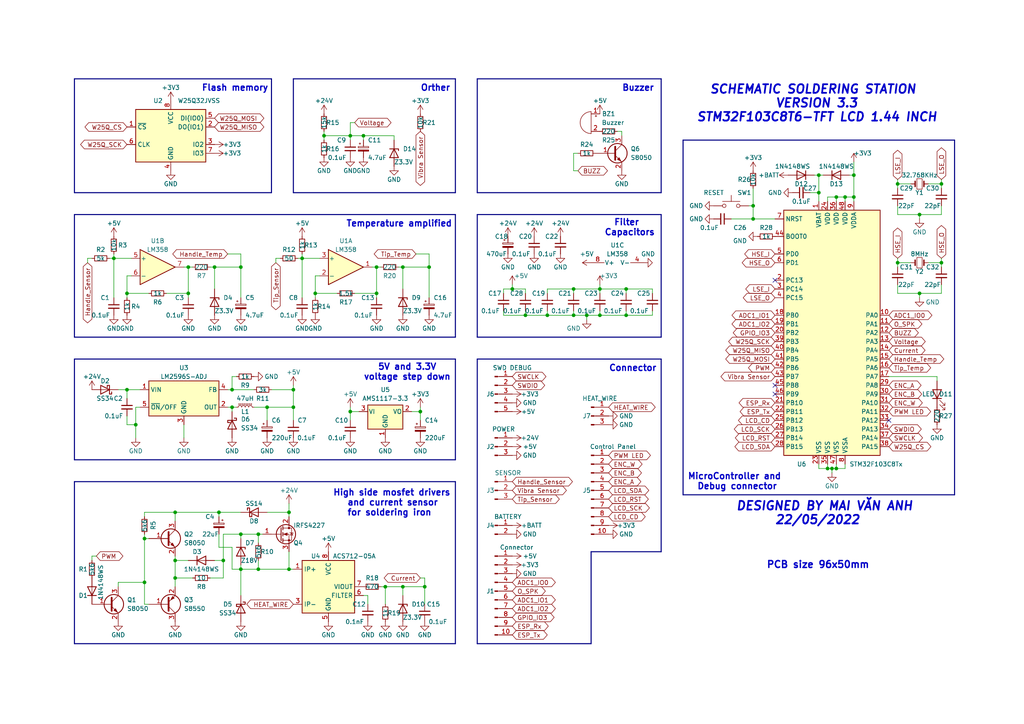
<source format=kicad_sch>
(kicad_sch (version 20211123) (generator eeschema)
  (paper "A4")
  (lib_symbols
    (symbol "Amplifier_Operational:LM358" (pin_names (offset 0.127))
      (property "Reference" "U" (at 0 5.08 0))
      (property "Value" "LM358" (at 0 -5.08 0))
      (symbol "LM358_1_1"
        (pin output line (at 7.62 0 180) (length 2.54) (name "~") (number "1"))
        (pin input line (at -7.62 -2.54 0) (length 2.54) (name "-") (number "2"))
        (pin input line (at -7.62 2.54 0) (length 2.54) (name "+") (number "3"))
      )
      (symbol "LM358_2_1"
        (pin input line (at -7.62 2.54 0) (length 2.54) (name "+") (number "5"))
        (pin input line (at -7.62 -2.54 0) (length 2.54) (name "-") (number "6"))
        (pin output line (at 7.62 0 180) (length 2.54) (name "~") (number "7"))
      )
      (symbol "LM358_3_1"
        (pin power_in line (at -2.54 -7.62 90) (length 3.81) (name "V-") (number "4"))
        (pin power_in line (at -2.54 7.62 270) (length 3.81) (name "V+") (number "8"))
      )
    )
    (symbol "Connector:Conn_01x02_Male" (pin_names (offset 1.016) hide)
      (property "Reference" "J" (at 0 2.54 0))
      (property "Value" "Conn_01x02_Male" (at 0 -5.08 0))
      (symbol "Conn_01x02_Male_1_1"
        (pin passive line (at 5.08 0 180) (length 3.81) (name "Pin_1") (number "1"))
        (pin passive line (at 5.08 -2.54 180) (length 3.81) (name "Pin_2") (number "2"))
      )
    )
    (symbol "Connector:Conn_01x03_Male" (pin_names (offset 1.016) hide)
      (property "Reference" "J" (at 0 5.08 0))
      (property "Value" "Conn_01x03_Male" (at 0 -5.08 0))
      (symbol "Conn_01x03_Male_1_1"
        (pin passive line (at 5.08 2.54 180) (length 3.81) (name "Pin_1") (number "1"))
        (pin passive line (at 5.08 0 180) (length 3.81) (name "Pin_2") (number "2"))
        (pin passive line (at 5.08 -2.54 180) (length 3.81) (name "Pin_3") (number "3"))
      )
    )
    (symbol "Connector:Conn_01x05_Male" (pin_names (offset 1.016) hide)
      (property "Reference" "J" (at 0 7.62 0))
      (property "Value" "Conn_01x05_Male" (at 0 -7.62 0))
      (symbol "Conn_01x05_Male_1_1"
        (pin passive line (at 5.08 5.08 180) (length 3.81) (name "Pin_1") (number "1"))
        (pin passive line (at 5.08 2.54 180) (length 3.81) (name "Pin_2") (number "2"))
        (pin passive line (at 5.08 0 180) (length 3.81) (name "Pin_3") (number "3"))
        (pin passive line (at 5.08 -2.54 180) (length 3.81) (name "Pin_4") (number "4"))
        (pin passive line (at 5.08 -5.08 180) (length 3.81) (name "Pin_5") (number "5"))
      )
    )
    (symbol "Connector:Conn_01x10_Male" (pin_names (offset 1.016) hide)
      (property "Reference" "J" (at 0 12.7 0))
      (property "Value" "Conn_01x10_Male" (at 0 -15.24 0))
      (symbol "Conn_01x10_Male_1_1"
        (pin passive line (at 5.08 10.16 180) (length 3.81) (name "Pin_1") (number "1"))
        (pin passive line (at 5.08 -12.7 180) (length 3.81) (name "Pin_10") (number "10"))
        (pin passive line (at 5.08 7.62 180) (length 3.81) (name "Pin_2") (number "2"))
        (pin passive line (at 5.08 5.08 180) (length 3.81) (name "Pin_3") (number "3"))
        (pin passive line (at 5.08 2.54 180) (length 3.81) (name "Pin_4") (number "4"))
        (pin passive line (at 5.08 0 180) (length 3.81) (name "Pin_5") (number "5"))
        (pin passive line (at 5.08 -2.54 180) (length 3.81) (name "Pin_6") (number "6"))
        (pin passive line (at 5.08 -5.08 180) (length 3.81) (name "Pin_7") (number "7"))
        (pin passive line (at 5.08 -7.62 180) (length 3.81) (name "Pin_8") (number "8"))
        (pin passive line (at 5.08 -10.16 180) (length 3.81) (name "Pin_9") (number "9"))
      )
    )
    (symbol "Device:Buzzer" (pin_names (offset 0.0254) hide)
      (property "Reference" "BZ" (at 3.81 1.27 0))
      (property "Value" "Buzzer" (at 3.81 -1.27 0))
      (symbol "Buzzer_1_1"
        (pin passive line (at -2.54 2.54 0) (length 2.54) (name "-") (number "1"))
        (pin passive line (at -2.54 -2.54 0) (length 2.54) (name "+") (number "2"))
      )
    )
    (symbol "Device:C_Polarized_Small" (pin_numbers hide) (pin_names (offset 0.254) hide)
      (property "Reference" "C" (at 0.254 1.778 0))
      (property "Value" "C_Polarized_Small" (at 0.254 -2.032 0))
      (symbol "C_Polarized_Small_1_1"
        (pin passive line (at 0 2.54 270) (length 1.8542) (name "~") (number "1"))
        (pin passive line (at 0 -2.54 90) (length 1.8542) (name "~") (number "2"))
      )
    )
    (symbol "Device:C_Small" (pin_numbers hide) (pin_names (offset 0.254) hide)
      (property "Reference" "C" (at 0.254 1.778 0))
      (property "Value" "C_Small" (at 0.254 -2.032 0))
      (symbol "C_Small_1_1"
        (pin passive line (at 0 2.54 270) (length 2.032) (name "~") (number "1"))
        (pin passive line (at 0 -2.54 90) (length 2.032) (name "~") (number "2"))
      )
    )
    (symbol "Device:Crystal_Small" (pin_numbers hide) (pin_names (offset 1.016) hide)
      (property "Reference" "Y" (at 0 2.54 0))
      (property "Value" "Crystal_Small" (at 0 -2.54 0))
      (symbol "Crystal_Small_1_1"
        (pin passive line (at -2.54 0 0) (length 1.27) (name "1") (number "1"))
        (pin passive line (at 2.54 0 180) (length 1.27) (name "2") (number "2"))
      )
    )
    (symbol "Device:LED" (pin_numbers hide) (pin_names (offset 1.016) hide)
      (property "Reference" "D" (at 0 2.54 0))
      (property "Value" "LED" (at 0 -2.54 0))
      (symbol "LED_1_1"
        (pin passive line (at -3.81 0 0) (length 2.54) (name "K") (number "1"))
        (pin passive line (at 3.81 0 180) (length 2.54) (name "A") (number "2"))
      )
    )
    (symbol "Device:L_Ferrite_Small" (pin_numbers hide) (pin_names (offset 0.254) hide)
      (property "Reference" "L" (at 1.27 1.016 0))
      (property "Value" "L_Ferrite_Small" (at 1.27 -1.27 0))
      (symbol "L_Ferrite_Small_1_1"
        (pin passive line (at 0 2.54 270) (length 0.508) (name "~") (number "1"))
        (pin passive line (at 0 -2.54 90) (length 0.508) (name "~") (number "2"))
      )
    )
    (symbol "Device:R_Small" (pin_numbers hide) (pin_names (offset 0.254) hide)
      (property "Reference" "R" (at 0.762 0.508 0))
      (property "Value" "R_Small" (at 0.762 -1.016 0))
      (symbol "R_Small_1_1"
        (pin passive line (at 0 2.54 270) (length 0.762) (name "~") (number "1"))
        (pin passive line (at 0 -2.54 90) (length 0.762) (name "~") (number "2"))
      )
    )
    (symbol "Diode:1N4148WS" (pin_numbers hide) (pin_names (offset 1.016) hide)
      (property "Reference" "D" (at 0 2.54 0))
      (property "Value" "1N4148WS" (at 0 -2.54 0))
      (symbol "1N4148WS_1_1"
        (pin passive line (at -3.81 0 0) (length 2.54) (name "K") (number "1"))
        (pin passive line (at 3.81 0 180) (length 2.54) (name "A") (number "2"))
      )
    )
    (symbol "Diode:BZV55B18" (pin_numbers hide) (pin_names hide)
      (property "Reference" "D" (at 0 2.54 0))
      (property "Value" "BZV55B18" (at 0 -2.54 0))
      (symbol "BZV55B18_1_1"
        (pin passive line (at -3.81 0 0) (length 2.54) (name "K") (number "1"))
        (pin passive line (at 3.81 0 180) (length 2.54) (name "A") (number "2"))
      )
    )
    (symbol "Diode:BZV55B3V3" (pin_numbers hide) (pin_names hide)
      (property "Reference" "D" (at 0 2.54 0))
      (property "Value" "BZV55B3V3" (at 0 -2.54 0))
      (symbol "BZV55B3V3_1_1"
        (pin passive line (at -3.81 0 0) (length 2.54) (name "K") (number "1"))
        (pin passive line (at 3.81 0 180) (length 2.54) (name "A") (number "2"))
      )
    )
    (symbol "Diode:CDBA340-HF" (pin_numbers hide) (pin_names hide)
      (property "Reference" "D" (at 0 2.54 0))
      (property "Value" "CDBA340-HF" (at 0 -2.54 0))
      (symbol "CDBA340-HF_1_1"
        (pin passive line (at -3.81 0 0) (length 2.54) (name "K") (number "1"))
        (pin passive line (at 3.81 0 180) (length 2.54) (name "A") (number "2"))
      )
    )
    (symbol "MCU_ST_STM32F1:STM32F103C8Tx"
      (property "Reference" "U" (at -15.24 36.83 0))
      (property "Value" "STM32F103C8Tx" (at 7.62 36.83 0))
      (symbol "STM32F103C8Tx_1_1"
        (pin power_in line (at -5.08 38.1 270) (length 2.54) (name "VBAT") (number "1"))
        (pin bidirectional line (at 15.24 5.08 180) (length 2.54) (name "PA0") (number "10"))
        (pin bidirectional line (at 15.24 2.54 180) (length 2.54) (name "PA1") (number "11"))
        (pin bidirectional line (at 15.24 0 180) (length 2.54) (name "PA2") (number "12"))
        (pin bidirectional line (at 15.24 -2.54 180) (length 2.54) (name "PA3") (number "13"))
        (pin bidirectional line (at 15.24 -5.08 180) (length 2.54) (name "PA4") (number "14"))
        (pin bidirectional line (at 15.24 -7.62 180) (length 2.54) (name "PA5") (number "15"))
        (pin bidirectional line (at 15.24 -10.16 180) (length 2.54) (name "PA6") (number "16"))
        (pin bidirectional line (at 15.24 -12.7 180) (length 2.54) (name "PA7") (number "17"))
        (pin bidirectional line (at -17.78 5.08 0) (length 2.54) (name "PB0") (number "18"))
        (pin bidirectional line (at -17.78 2.54 0) (length 2.54) (name "PB1") (number "19"))
        (pin bidirectional line (at -17.78 15.24 0) (length 2.54) (name "PC13") (number "2"))
        (pin bidirectional line (at -17.78 0 0) (length 2.54) (name "PB2") (number "20"))
        (pin bidirectional line (at -17.78 -20.32 0) (length 2.54) (name "PB10") (number "21"))
        (pin bidirectional line (at -17.78 -22.86 0) (length 2.54) (name "PB11") (number "22"))
        (pin power_in line (at -5.08 -38.1 90) (length 2.54) (name "VSS") (number "23"))
        (pin power_in line (at -2.54 38.1 270) (length 2.54) (name "VDD") (number "24"))
        (pin bidirectional line (at -17.78 -25.4 0) (length 2.54) (name "PB12") (number "25"))
        (pin bidirectional line (at -17.78 -27.94 0) (length 2.54) (name "PB13") (number "26"))
        (pin bidirectional line (at -17.78 -30.48 0) (length 2.54) (name "PB14") (number "27"))
        (pin bidirectional line (at -17.78 -33.02 0) (length 2.54) (name "PB15") (number "28"))
        (pin bidirectional line (at 15.24 -15.24 180) (length 2.54) (name "PA8") (number "29"))
        (pin bidirectional line (at -17.78 12.7 0) (length 2.54) (name "PC14") (number "3"))
        (pin bidirectional line (at 15.24 -17.78 180) (length 2.54) (name "PA9") (number "30"))
        (pin bidirectional line (at 15.24 -20.32 180) (length 2.54) (name "PA10") (number "31"))
        (pin bidirectional line (at 15.24 -22.86 180) (length 2.54) (name "PA11") (number "32"))
        (pin bidirectional line (at 15.24 -25.4 180) (length 2.54) (name "PA12") (number "33"))
        (pin bidirectional line (at 15.24 -27.94 180) (length 2.54) (name "PA13") (number "34"))
        (pin power_in line (at -2.54 -38.1 90) (length 2.54) (name "VSS") (number "35"))
        (pin power_in line (at 0 38.1 270) (length 2.54) (name "VDD") (number "36"))
        (pin bidirectional line (at 15.24 -30.48 180) (length 2.54) (name "PA14") (number "37"))
        (pin bidirectional line (at 15.24 -33.02 180) (length 2.54) (name "PA15") (number "38"))
        (pin bidirectional line (at -17.78 -2.54 0) (length 2.54) (name "PB3") (number "39"))
        (pin bidirectional line (at -17.78 10.16 0) (length 2.54) (name "PC15") (number "4"))
        (pin bidirectional line (at -17.78 -5.08 0) (length 2.54) (name "PB4") (number "40"))
        (pin bidirectional line (at -17.78 -7.62 0) (length 2.54) (name "PB5") (number "41"))
        (pin bidirectional line (at -17.78 -10.16 0) (length 2.54) (name "PB6") (number "42"))
        (pin bidirectional line (at -17.78 -12.7 0) (length 2.54) (name "PB7") (number "43"))
        (pin input line (at -17.78 27.94 0) (length 2.54) (name "BOOT0") (number "44"))
        (pin bidirectional line (at -17.78 -15.24 0) (length 2.54) (name "PB8") (number "45"))
        (pin bidirectional line (at -17.78 -17.78 0) (length 2.54) (name "PB9") (number "46"))
        (pin power_in line (at 0 -38.1 90) (length 2.54) (name "VSS") (number "47"))
        (pin power_in line (at 2.54 38.1 270) (length 2.54) (name "VDD") (number "48"))
        (pin input line (at -17.78 22.86 0) (length 2.54) (name "PD0") (number "5"))
        (pin input line (at -17.78 20.32 0) (length 2.54) (name "PD1") (number "6"))
        (pin input line (at -17.78 33.02 0) (length 2.54) (name "NRST") (number "7"))
        (pin power_in line (at 2.54 -38.1 90) (length 2.54) (name "VSSA") (number "8"))
        (pin power_in line (at 5.08 38.1 270) (length 2.54) (name "VDDA") (number "9"))
      )
    )
    (symbol "Memory_Flash:W25Q32JVSS"
      (property "Reference" "U" (at -8.89 8.89 0))
      (property "Value" "W25Q32JVSS" (at 7.62 8.89 0))
      (symbol "W25Q32JVSS_1_1"
        (pin input line (at -12.7 2.54 0) (length 2.54) (name "~{CS}") (number "1"))
        (pin bidirectional line (at 12.7 2.54 180) (length 2.54) (name "DO(IO1)") (number "2"))
        (pin bidirectional line (at 12.7 -2.54 180) (length 2.54) (name "IO2") (number "3"))
        (pin power_in line (at 0 -10.16 90) (length 2.54) (name "GND") (number "4"))
        (pin bidirectional line (at 12.7 5.08 180) (length 2.54) (name "DI(IO0)") (number "5"))
        (pin input line (at -12.7 -2.54 0) (length 2.54) (name "CLK") (number "6"))
        (pin bidirectional line (at 12.7 -5.08 180) (length 2.54) (name "IO3") (number "7"))
        (pin power_in line (at 0 10.16 270) (length 2.54) (name "VCC") (number "8"))
      )
    )
    (symbol "Regulator_Linear:AMS1117-3.3" (pin_names (offset 0.254))
      (property "Reference" "U" (at -3.81 3.175 0))
      (property "Value" "AMS1117-3.3" (at 0 3.175 0))
      (symbol "AMS1117-3.3_1_1"
        (pin power_in line (at 0 -7.62 90) (length 2.54) (name "GND") (number "1"))
        (pin power_out line (at 7.62 0 180) (length 2.54) (name "VO") (number "2"))
        (pin power_in line (at -7.62 0 0) (length 2.54) (name "VI") (number "3"))
      )
    )
    (symbol "Regulator_Switching:LM2596S-ADJ"
      (property "Reference" "U" (at -10.16 6.35 0))
      (property "Value" "LM2596S-ADJ" (at 0 6.35 0))
      (symbol "LM2596S-ADJ_1_1"
        (pin power_in line (at -12.7 2.54 0) (length 2.54) (name "VIN") (number "1"))
        (pin output line (at 12.7 -2.54 180) (length 2.54) (name "OUT") (number "2"))
        (pin power_in line (at 0 -7.62 90) (length 2.54) (name "GND") (number "3"))
        (pin input line (at 12.7 2.54 180) (length 2.54) (name "FB") (number "4"))
        (pin input line (at -12.7 -2.54 0) (length 2.54) (name "~{ON}/OFF") (number "5"))
      )
    )
    (symbol "Sensor_Current:ACS712xLCTR-05B"
      (property "Reference" "U" (at 2.54 11.43 0))
      (property "Value" "ACS712xLCTR-05B" (at 2.54 8.89 0))
      (symbol "ACS712xLCTR-05B_1_1"
        (pin passive line (at -10.16 5.08 0) (length 2.54) (name "IP+") (number "1"))
        (pin passive line (at -10.16 5.08 0) (length 2.54) hide (name "IP+") (number "2"))
        (pin passive line (at -10.16 -5.08 0) (length 2.54) (name "IP-") (number "3"))
        (pin passive line (at -10.16 -5.08 0) (length 2.54) hide (name "IP-") (number "4"))
        (pin power_in line (at 0 -10.16 90) (length 2.54) (name "GND") (number "5"))
        (pin passive line (at 10.16 -2.54 180) (length 2.54) (name "FILTER") (number "6"))
        (pin output line (at 10.16 0 180) (length 2.54) (name "VIOUT") (number "7"))
        (pin power_in line (at 0 10.16 270) (length 2.54) (name "VCC") (number "8"))
      )
    )
    (symbol "Switch:SW_Push" (pin_numbers hide) (pin_names (offset 1.016) hide)
      (property "Reference" "SW" (at 1.27 2.54 0))
      (property "Value" "SW_Push" (at 0 -1.524 0))
      (symbol "SW_Push_0_1"
        (pin passive line (at -5.08 0 0) (length 2.54) (name "1") (number "1"))
        (pin passive line (at 5.08 0 180) (length 2.54) (name "2") (number "2"))
      )
    )
    (symbol "Transistor_BJT:BC847" (pin_names (offset 0) hide)
      (property "Reference" "Q" (at 5.08 1.905 0))
      (property "Value" "BC847" (at 5.08 0 0))
      (symbol "BC847_1_1"
        (pin input line (at -5.08 0 0) (length 5.715) (name "B") (number "1"))
        (pin passive line (at 2.54 -5.08 90) (length 2.54) (name "E") (number "2"))
        (pin passive line (at 2.54 5.08 270) (length 2.54) (name "C") (number "3"))
      )
    )
    (symbol "Transistor_BJT:BC857" (pin_names (offset 0) hide)
      (property "Reference" "Q" (at 5.08 1.905 0))
      (property "Value" "BC857" (at 5.08 0 0))
      (symbol "BC857_1_1"
        (pin input line (at -5.08 0 0) (length 5.715) (name "B") (number "1"))
        (pin passive line (at 2.54 -5.08 90) (length 2.54) (name "E") (number "2"))
        (pin passive line (at 2.54 5.08 270) (length 2.54) (name "C") (number "3"))
      )
    )
    (symbol "Transistor_FET:IRFS4227" (pin_names hide)
      (property "Reference" "Q" (at 5.08 1.905 0))
      (property "Value" "IRFS4227" (at 5.08 0 0))
      (symbol "IRFS4227_1_1"
        (pin passive line (at -5.08 0 0) (length 2.54) (name "G") (number "1"))
        (pin passive line (at 2.54 5.08 270) (length 2.54) (name "D") (number "2"))
        (pin passive line (at 2.54 -5.08 90) (length 2.54) (name "S") (number "3"))
      )
    )
    (symbol "power:+24V" (power) (pin_names (offset 0))
      (property "Value" "+24V" (at 0 3.556 0))
      (symbol "+24V_1_1"
        (pin power_in line (at 0 0 90) (length 0) hide (name "+24V") (number "1"))
      )
    )
    (symbol "power:+3V3" (power) (pin_names (offset 0))
      (property "Value" "+3V3" (at 0 3.556 0))
      (symbol "+3V3_1_1"
        (pin power_in line (at 0 0 90) (length 0) hide (name "+3V3") (number "1"))
      )
    )
    (symbol "power:+5V" (power) (pin_names (offset 0))
      (property "Value" "+5V" (at 0 3.556 0))
      (symbol "+5V_1_1"
        (pin power_in line (at 0 0 90) (length 0) hide (name "+5V") (number "1"))
      )
    )
    (symbol "power:+BATT" (power) (pin_names (offset 0))
      (property "Value" "+BATT" (at 0 3.556 0))
      (symbol "+BATT_1_1"
        (pin power_in line (at 0 0 90) (length 0) hide (name "+BATT") (number "1"))
      )
    )
    (symbol "power:GND" (power) (pin_names (offset 0))
      (property "Value" "GND" (at 0 -3.81 0))
      (symbol "GND_1_1"
        (pin power_in line (at 0 0 270) (length 0) hide (name "GND") (number "1"))
      )
    )
  )
  (junction (at 240.03 135.89))
  (junction (at 166.37 91.44))
  (junction (at 173.99 91.44))
  (junction (at 36.83 113.03))
  (junction (at 109.22 77.47))
  (junction (at 273.05 76.2))
  (junction (at 93.98 39.37))
  (junction (at 181.61 91.44))
  (junction (at 83.82 148.59))
  (junction (at 173.99 83.82))
  (junction (at 69.85 165.1))
  (junction (at 105.41 39.37))
  (junction (at 116.84 170.18))
  (junction (at 64.77 162.56))
  (junction (at 85.09 113.03))
  (junction (at 237.49 50.8))
  (junction (at 245.11 57.15))
  (junction (at 247.65 50.8))
  (junction (at 170.18 91.44))
  (junction (at 121.92 119.38))
  (junction (at 50.8 162.56))
  (junction (at 91.44 85.09))
  (junction (at 54.61 77.47))
  (junction (at 87.63 74.93))
  (junction (at 63.5 148.59))
  (junction (at 242.57 135.89))
  (junction (at 266.7 62.23))
  (junction (at 41.91 156.21))
  (junction (at 241.3 135.89))
  (junction (at 148.59 83.82))
  (junction (at 158.75 91.44))
  (junction (at 36.83 85.09))
  (junction (at 109.22 85.09))
  (junction (at 260.35 76.2))
  (junction (at 74.93 154.94))
  (junction (at 218.44 63.5))
  (junction (at 74.93 165.1))
  (junction (at 242.57 57.15))
  (junction (at 247.65 57.15))
  (junction (at 260.35 53.34))
  (junction (at 69.85 77.47))
  (junction (at 218.44 59.69))
  (junction (at 166.37 83.82))
  (junction (at 69.85 154.94))
  (junction (at 101.6 39.37))
  (junction (at 41.91 168.91))
  (junction (at 67.31 118.11))
  (junction (at 152.4 91.44))
  (junction (at 101.6 119.38))
  (junction (at 62.23 77.47))
  (junction (at 266.7 85.09))
  (junction (at 273.05 53.34))
  (junction (at 77.47 118.11))
  (junction (at 39.37 123.19))
  (junction (at 67.31 113.03))
  (junction (at 181.61 83.82))
  (junction (at 237.49 55.88))
  (junction (at 33.02 74.93))
  (junction (at 111.76 170.18))
  (junction (at 54.61 85.09))
  (junction (at 85.09 118.11))
  (junction (at 123.19 170.18))
  (junction (at 83.82 165.1))
  (junction (at 116.84 77.47))
  (junction (at 50.8 148.59))
  (junction (at 50.8 167.64))
  (junction (at 124.46 77.47))
  (no_connect (at 224.79 111.76))
  (no_connect (at 224.79 114.3))
  (no_connect (at 224.79 81.28))
  (no_connect (at 257.81 121.92))
  (wire (pts (xy 69.85 77.47) (xy 62.23 77.47)))
  (wire (pts (xy 69.85 86.36) (xy 69.85 77.47)))
  (wire (pts (xy 36.83 85.09) (xy 36.83 86.36)))
  (wire (pts (xy 93.98 38.1) (xy 93.98 39.37)))
  (bus (pts (xy 171.45 186.69) (xy 138.43 186.69)))
  (bus (pts (xy 132.08 55.88) (xy 132.08 22.86)))
  (wire (pts (xy 236.22 50.8) (xy 237.49 50.8)))
  (wire (pts (xy 31.75 74.93) (xy 33.02 74.93)))
  (bus (pts (xy 132.08 139.7) (xy 132.08 186.69)))
  (bus (pts (xy 138.43 55.88) (xy 191.77 55.88)))
  (wire (pts (xy 83.82 148.59) (xy 83.82 149.86)))
  (wire (pts (xy 50.8 161.29) (xy 50.8 162.56)))
  (bus (pts (xy 78.74 22.86) (xy 21.59 22.86)))
  (bus (pts (xy 276.86 143.51) (xy 198.12 143.51)))
  (wire (pts (xy 170.18 91.44) (xy 170.18 92.71)))
  (wire (pts (xy 123.19 170.18) (xy 116.84 170.18)))
  (wire (pts (xy 69.85 165.1) (xy 74.93 165.1)))
  (wire (pts (xy 63.5 154.94) (xy 63.5 158.75)))
  (wire (pts (xy 41.91 156.21) (xy 43.18 156.21)))
  (wire (pts (xy 54.61 85.09) (xy 48.26 85.09)))
  (wire (pts (xy 38.1 80.01) (xy 36.83 80.01)))
  (wire (pts (xy 273.05 82.55) (xy 273.05 85.09)))
  (wire (pts (xy 260.35 52.07) (xy 260.35 53.34)))
  (wire (pts (xy 240.03 135.89) (xy 237.49 135.89)))
  (wire (pts (xy 158.75 83.82) (xy 158.75 85.09)))
  (wire (pts (xy 85.09 121.92) (xy 85.09 118.11)))
  (bus (pts (xy 21.59 97.79) (xy 132.08 97.79)))
  (wire (pts (xy 257.81 109.22) (xy 271.78 109.22)))
  (wire (pts (xy 41.91 175.26) (xy 43.18 175.26)))
  (wire (pts (xy 36.83 80.01) (xy 36.83 85.09)))
  (bus (pts (xy 132.08 62.23) (xy 21.59 62.23)))
  (wire (pts (xy 77.47 148.59) (xy 83.82 148.59)))
  (wire (pts (xy 237.49 135.89) (xy 237.49 134.62)))
  (wire (pts (xy 33.02 74.93) (xy 38.1 74.93)))
  (wire (pts (xy 237.49 50.8) (xy 237.49 55.88)))
  (bus (pts (xy 78.74 55.88) (xy 78.74 22.86)))
  (wire (pts (xy 63.5 148.59) (xy 63.5 149.86)))
  (wire (pts (xy 67.31 118.11) (xy 67.31 119.38)))
  (wire (pts (xy 260.35 85.09) (xy 266.7 85.09)))
  (wire (pts (xy 121.92 119.38) (xy 119.38 119.38)))
  (wire (pts (xy 33.02 73.66) (xy 33.02 74.93)))
  (wire (pts (xy 234.95 55.88) (xy 237.49 55.88)))
  (wire (pts (xy 266.7 62.23) (xy 266.7 63.5)))
  (wire (pts (xy 66.04 118.11) (xy 67.31 118.11)))
  (wire (pts (xy 39.37 123.19) (xy 39.37 118.11)))
  (bus (pts (xy 21.59 139.7) (xy 132.08 139.7)))
  (wire (pts (xy 105.41 40.64) (xy 105.41 39.37)))
  (wire (pts (xy 152.4 90.17) (xy 152.4 91.44)))
  (wire (pts (xy 173.99 83.82) (xy 181.61 83.82)))
  (wire (pts (xy 121.92 167.64) (xy 123.19 167.64)))
  (wire (pts (xy 109.22 77.47) (xy 109.22 85.09)))
  (wire (pts (xy 87.63 74.93) (xy 92.71 74.93)))
  (bus (pts (xy 198.12 40.64) (xy 276.86 40.64)))
  (wire (pts (xy 105.41 39.37) (xy 101.6 39.37)))
  (wire (pts (xy 69.85 154.94) (xy 69.85 156.21)))
  (wire (pts (xy 101.6 40.64) (xy 101.6 39.37)))
  (wire (pts (xy 34.29 113.03) (xy 36.83 113.03)))
  (wire (pts (xy 74.93 162.56) (xy 74.93 165.1)))
  (wire (pts (xy 91.44 85.09) (xy 97.79 85.09)))
  (wire (pts (xy 50.8 148.59) (xy 63.5 148.59)))
  (wire (pts (xy 41.91 154.94) (xy 41.91 156.21)))
  (bus (pts (xy 191.77 97.79) (xy 191.77 62.23)))
  (wire (pts (xy 123.19 167.64) (xy 123.19 170.18)))
  (wire (pts (xy 63.5 158.75) (xy 67.31 158.75)))
  (wire (pts (xy 173.99 90.17) (xy 173.99 91.44)))
  (wire (pts (xy 152.4 91.44) (xy 158.75 91.44)))
  (wire (pts (xy 260.35 76.2) (xy 260.35 77.47)))
  (wire (pts (xy 120.65 73.66) (xy 124.46 73.66)))
  (bus (pts (xy 21.59 104.14) (xy 132.08 104.14)))
  (wire (pts (xy 273.05 59.69) (xy 273.05 62.23)))
  (wire (pts (xy 111.76 175.26) (xy 111.76 170.18)))
  (wire (pts (xy 36.83 85.09) (xy 43.18 85.09)))
  (bus (pts (xy 191.77 22.86) (xy 138.43 22.86)))
  (wire (pts (xy 247.65 46.99) (xy 247.65 50.8)))
  (wire (pts (xy 189.23 83.82) (xy 189.23 85.09)))
  (wire (pts (xy 34.29 168.91) (xy 41.91 168.91)))
  (wire (pts (xy 124.46 86.36) (xy 124.46 77.47)))
  (wire (pts (xy 101.6 35.56) (xy 101.6 39.37)))
  (wire (pts (xy 106.68 175.26) (xy 106.68 172.72)))
  (wire (pts (xy 69.85 154.94) (xy 64.77 154.94)))
  (bus (pts (xy 138.43 97.79) (xy 191.77 97.79)))
  (bus (pts (xy 191.77 160.02) (xy 191.77 104.14)))
  (wire (pts (xy 33.02 86.36) (xy 33.02 74.93)))
  (wire (pts (xy 240.03 58.42) (xy 240.03 57.15)))
  (wire (pts (xy 260.35 53.34) (xy 260.35 54.61)))
  (wire (pts (xy 69.85 163.83) (xy 69.85 165.1)))
  (wire (pts (xy 41.91 156.21) (xy 41.91 168.91)))
  (wire (pts (xy 115.57 77.47) (xy 116.84 77.47)))
  (wire (pts (xy 67.31 113.03) (xy 73.66 113.03)))
  (wire (pts (xy 101.6 39.37) (xy 93.98 39.37)))
  (wire (pts (xy 107.95 77.47) (xy 109.22 77.47)))
  (wire (pts (xy 34.29 170.18) (xy 34.29 168.91)))
  (bus (pts (xy 132.08 133.35) (xy 21.59 133.35)))
  (bus (pts (xy 138.43 104.14) (xy 191.77 104.14)))
  (wire (pts (xy 166.37 44.45) (xy 166.37 49.53)))
  (wire (pts (xy 218.44 59.69) (xy 217.17 59.69)))
  (wire (pts (xy 242.57 57.15) (xy 245.11 57.15)))
  (wire (pts (xy 26.67 161.29) (xy 26.67 162.56)))
  (wire (pts (xy 181.61 83.82) (xy 189.23 83.82)))
  (wire (pts (xy 260.35 76.2) (xy 264.16 76.2)))
  (wire (pts (xy 269.24 76.2) (xy 273.05 76.2)))
  (bus (pts (xy 132.08 97.79) (xy 132.08 62.23)))
  (wire (pts (xy 166.37 83.82) (xy 166.37 85.09)))
  (wire (pts (xy 85.09 118.11) (xy 77.47 118.11)))
  (bus (pts (xy 171.45 160.02) (xy 171.45 186.69)))
  (wire (pts (xy 121.92 121.92) (xy 121.92 119.38)))
  (wire (pts (xy 237.49 55.88) (xy 237.49 58.42)))
  (wire (pts (xy 166.37 49.53) (xy 167.64 49.53)))
  (wire (pts (xy 246.38 50.8) (xy 247.65 50.8)))
  (wire (pts (xy 241.3 135.89) (xy 240.03 135.89)))
  (wire (pts (xy 106.68 172.72) (xy 105.41 172.72)))
  (bus (pts (xy 191.77 55.88) (xy 191.77 22.86)))
  (wire (pts (xy 181.61 83.82) (xy 181.61 85.09)))
  (wire (pts (xy 247.65 50.8) (xy 247.65 57.15)))
  (wire (pts (xy 152.4 85.09) (xy 152.4 83.82)))
  (wire (pts (xy 50.8 167.64) (xy 50.8 170.18)))
  (wire (pts (xy 80.01 74.93) (xy 80.01 76.2)))
  (wire (pts (xy 74.93 154.94) (xy 74.93 157.48)))
  (wire (pts (xy 101.6 118.11) (xy 101.6 119.38)))
  (wire (pts (xy 81.28 74.93) (xy 80.01 74.93)))
  (wire (pts (xy 93.98 39.37) (xy 93.98 40.64)))
  (bus (pts (xy 138.43 62.23) (xy 138.43 97.79)))
  (wire (pts (xy 166.37 83.82) (xy 158.75 83.82)))
  (wire (pts (xy 63.5 148.59) (xy 69.85 148.59)))
  (wire (pts (xy 242.57 57.15) (xy 242.57 58.42)))
  (wire (pts (xy 237.49 50.8) (xy 238.76 50.8)))
  (wire (pts (xy 273.05 53.34) (xy 273.05 54.61)))
  (wire (pts (xy 114.3 39.37) (xy 114.3 40.64)))
  (wire (pts (xy 245.11 134.62) (xy 245.11 135.89)))
  (wire (pts (xy 69.85 165.1) (xy 69.85 172.72)))
  (wire (pts (xy 116.84 172.72) (xy 116.84 170.18)))
  (bus (pts (xy 21.59 104.14) (xy 21.59 133.35)))
  (wire (pts (xy 109.22 85.09) (xy 109.22 86.36)))
  (wire (pts (xy 50.8 148.59) (xy 41.91 148.59)))
  (wire (pts (xy 260.35 85.09) (xy 260.35 82.55)))
  (wire (pts (xy 109.22 85.09) (xy 102.87 85.09)))
  (wire (pts (xy 123.19 175.26) (xy 123.19 170.18)))
  (wire (pts (xy 69.85 73.66) (xy 69.85 77.47)))
  (wire (pts (xy 273.05 76.2) (xy 273.05 77.47)))
  (wire (pts (xy 86.36 74.93) (xy 87.63 74.93)))
  (wire (pts (xy 124.46 77.47) (xy 116.84 77.47)))
  (wire (pts (xy 146.05 91.44) (xy 152.4 91.44)))
  (wire (pts (xy 74.93 165.1) (xy 83.82 165.1)))
  (wire (pts (xy 124.46 73.66) (xy 124.46 77.47)))
  (bus (pts (xy 132.08 186.69) (xy 21.59 186.69)))
  (bus (pts (xy 21.59 22.86) (xy 21.59 55.88)))
  (wire (pts (xy 240.03 134.62) (xy 240.03 135.89)))
  (wire (pts (xy 77.47 118.11) (xy 73.66 118.11)))
  (wire (pts (xy 36.83 120.65) (xy 36.83 123.19)))
  (wire (pts (xy 173.99 91.44) (xy 181.61 91.44)))
  (wire (pts (xy 83.82 165.1) (xy 85.09 165.1)))
  (wire (pts (xy 181.61 91.44) (xy 189.23 91.44)))
  (wire (pts (xy 242.57 134.62) (xy 242.57 135.89)))
  (wire (pts (xy 36.83 113.03) (xy 36.83 115.57)))
  (wire (pts (xy 83.82 146.05) (xy 83.82 148.59)))
  (wire (pts (xy 78.74 113.03) (xy 85.09 113.03)))
  (wire (pts (xy 54.61 77.47) (xy 54.61 85.09)))
  (bus (pts (xy 276.86 40.64) (xy 276.86 143.51)))
  (wire (pts (xy 212.09 63.5) (xy 218.44 63.5)))
  (wire (pts (xy 74.93 154.94) (xy 69.85 154.94)))
  (wire (pts (xy 36.83 113.03) (xy 40.64 113.03)))
  (wire (pts (xy 76.2 154.94) (xy 74.93 154.94)))
  (wire (pts (xy 64.77 154.94) (xy 64.77 162.56)))
  (wire (pts (xy 158.75 90.17) (xy 158.75 91.44)))
  (wire (pts (xy 146.05 83.82) (xy 146.05 85.09)))
  (wire (pts (xy 166.37 90.17) (xy 166.37 91.44)))
  (wire (pts (xy 53.34 77.47) (xy 54.61 77.47)))
  (wire (pts (xy 67.31 118.11) (xy 68.58 118.11)))
  (bus (pts (xy 21.59 139.7) (xy 21.59 186.69)))
  (wire (pts (xy 64.77 162.56) (xy 64.77 167.64)))
  (wire (pts (xy 85.09 113.03) (xy 85.09 118.11)))
  (wire (pts (xy 260.35 53.34) (xy 264.16 53.34)))
  (wire (pts (xy 92.71 80.01) (xy 91.44 80.01)))
  (bus (pts (xy 138.43 104.14) (xy 138.43 186.69)))
  (wire (pts (xy 67.31 165.1) (xy 69.85 165.1)))
  (wire (pts (xy 245.11 57.15) (xy 245.11 58.42)))
  (wire (pts (xy 269.24 53.34) (xy 273.05 53.34)))
  (wire (pts (xy 247.65 57.15) (xy 247.65 58.42)))
  (wire (pts (xy 218.44 63.5) (xy 224.79 63.5)))
  (wire (pts (xy 266.7 85.09) (xy 266.7 86.36)))
  (wire (pts (xy 66.04 113.03) (xy 67.31 113.03)))
  (wire (pts (xy 148.59 82.55) (xy 148.59 83.82)))
  (bus (pts (xy 198.12 143.51) (xy 198.12 40.64)))
  (wire (pts (xy 166.37 83.82) (xy 173.99 83.82)))
  (wire (pts (xy 36.83 123.19) (xy 39.37 123.19)))
  (wire (pts (xy 121.92 118.11) (xy 121.92 119.38)))
  (wire (pts (xy 266.7 85.09) (xy 273.05 85.09)))
  (wire (pts (xy 116.84 170.18) (xy 111.76 170.18)))
  (wire (pts (xy 54.61 85.09) (xy 54.61 86.36)))
  (wire (pts (xy 167.64 44.45) (xy 166.37 44.45)))
  (wire (pts (xy 53.34 127) (xy 53.34 123.19)))
  (wire (pts (xy 50.8 148.59) (xy 50.8 151.13)))
  (wire (pts (xy 67.31 109.22) (xy 67.31 113.03)))
  (wire (pts (xy 60.96 77.47) (xy 62.23 77.47)))
  (wire (pts (xy 87.63 86.36) (xy 87.63 74.93)))
  (wire (pts (xy 152.4 83.82) (xy 148.59 83.82)))
  (wire (pts (xy 41.91 168.91) (xy 41.91 175.26)))
  (bus (pts (xy 138.43 22.86) (xy 138.43 55.88)))
  (wire (pts (xy 181.61 90.17) (xy 181.61 91.44)))
  (wire (pts (xy 41.91 148.59) (xy 41.91 149.86)))
  (wire (pts (xy 166.37 91.44) (xy 170.18 91.44)))
  (wire (pts (xy 242.57 135.89) (xy 241.3 135.89)))
  (wire (pts (xy 273.05 74.93) (xy 273.05 76.2)))
  (bus (pts (xy 191.77 62.23) (xy 138.43 62.23)))
  (wire (pts (xy 116.84 77.47) (xy 116.84 83.82)))
  (bus (pts (xy 85.09 22.86) (xy 85.09 55.88)))
  (wire (pts (xy 50.8 162.56) (xy 50.8 167.64)))
  (wire (pts (xy 62.23 162.56) (xy 64.77 162.56)))
  (wire (pts (xy 66.04 73.66) (xy 69.85 73.66)))
  (wire (pts (xy 180.34 38.1) (xy 180.34 39.37)))
  (bus (pts (xy 132.08 22.86) (xy 85.09 22.86)))
  (wire (pts (xy 27.94 161.29) (xy 26.67 161.29)))
  (wire (pts (xy 148.59 83.82) (xy 146.05 83.82)))
  (bus (pts (xy 85.09 55.88) (xy 132.08 55.88)))
  (wire (pts (xy 77.47 118.11) (xy 77.47 121.92)))
  (wire (pts (xy 271.78 109.22) (xy 271.78 110.49)))
  (wire (pts (xy 245.11 135.89) (xy 242.57 135.89)))
  (wire (pts (xy 85.09 111.76) (xy 85.09 113.03)))
  (wire (pts (xy 260.35 62.23) (xy 266.7 62.23)))
  (wire (pts (xy 101.6 119.38) (xy 104.14 119.38)))
  (bus (pts (xy 21.59 62.23) (xy 21.59 97.79)))
  (wire (pts (xy 218.44 63.5) (xy 218.44 59.69)))
  (wire (pts (xy 109.22 77.47) (xy 110.49 77.47)))
  (wire (pts (xy 101.6 121.92) (xy 101.6 119.38)))
  (wire (pts (xy 91.44 80.01) (xy 91.44 85.09)))
  (wire (pts (xy 146.05 90.17) (xy 146.05 91.44)))
  (wire (pts (xy 67.31 158.75) (xy 67.31 165.1)))
  (wire (pts (xy 60.96 167.64) (xy 64.77 167.64)))
  (wire (pts (xy 240.03 57.15) (xy 242.57 57.15)))
  (wire (pts (xy 25.4 74.93) (xy 26.67 74.93)))
  (wire (pts (xy 50.8 167.64) (xy 55.88 167.64)))
  (bus (pts (xy 191.77 160.02) (xy 171.45 160.02)))
  (bus (pts (xy 21.59 55.88) (xy 78.74 55.88)))
  (wire (pts (xy 39.37 127) (xy 39.37 123.19)))
  (wire (pts (xy 111.76 170.18) (xy 110.49 170.18)))
  (wire (pts (xy 260.35 74.93) (xy 260.35 76.2)))
  (wire (pts (xy 245.11 57.15) (xy 247.65 57.15)))
  (wire (pts (xy 54.61 77.47) (xy 55.88 77.47)))
  (wire (pts (xy 50.8 162.56) (xy 54.61 162.56)))
  (wire (pts (xy 25.4 76.2) (xy 25.4 74.93)))
  (wire (pts (xy 266.7 62.23) (xy 273.05 62.23)))
  (wire (pts (xy 39.37 118.11) (xy 40.64 118.11)))
  (wire (pts (xy 189.23 91.44) (xy 189.23 90.17)))
  (wire (pts (xy 170.18 91.44) (xy 173.99 91.44)))
  (wire (pts (xy 173.99 83.82) (xy 173.99 85.09)))
  (wire (pts (xy 105.41 39.37) (xy 114.3 39.37)))
  (wire (pts (xy 273.05 52.07) (xy 273.05 53.34)))
  (wire (pts (xy 87.63 73.66) (xy 87.63 74.93)))
  (wire (pts (xy 260.35 62.23) (xy 260.35 59.69)))
  (bus (pts (xy 132.08 104.14) (xy 132.08 133.35)))
  (wire (pts (xy 173.99 82.55) (xy 173.99 83.82)))
  (wire (pts (xy 241.3 135.89) (xy 241.3 137.16)))
  (wire (pts (xy 218.44 54.61) (xy 218.44 59.69)))
  (wire (pts (xy 179.07 38.1) (xy 180.34 38.1)))
  (wire (pts (xy 68.58 109.22) (xy 67.31 109.22)))
  (wire (pts (xy 62.23 83.82) (xy 62.23 77.47)))
  (wire (pts (xy 158.75 91.44) (xy 166.37 91.44)))
  (wire (pts (xy 102.87 35.56) (xy 101.6 35.56)))
  (wire (pts (xy 91.44 85.09) (xy 91.44 86.36)))
  (wire (pts (xy 83.82 165.1) (xy 83.82 160.02)))
  (text "Temperature amplified" (at 100.33 66.04 0) (effects (font (size 1.8 1.8) (thickness 0.36) bold) (justify left bottom)))
  (text "   5V and 3.3V\nvoltage step down" (at 105.41 110.49 0) (effects (font (size 1.8 1.8) (thickness 0.36) bold) (justify left bottom)))
  (text "Connector" (at 176.53 107.95 0) (effects (font (size 1.8 1.8) (thickness 0.36) bold) (justify left bottom)))
  (text "  SCHEMATIC SOLDERING STATION\n            VERSION 3.3 \nSTM32F103C8T6-TFT LCD 1.44 INCH" (at 201.93 35.56 0) (effects (font (size 2.5 2.5) (thickness 0.5) bold italic) (justify left bottom)))
  (text "Flash memory" (at 58.42 26.67 0) (effects (font (size 1.8 1.8) (thickness 0.36) bold) (justify left bottom)))
  (text "PCB size 96x50mm" (at 222.25 165.1 0) (effects (font (size 2 2) (thickness 0.4) bold) (justify left bottom)))
  (text "Buzzer" (at 180.34 26.67 0) (effects (font (size 1.8 1.8) (thickness 0.36) bold) (justify left bottom)))
  (text "DESIGNED BY MAI VĂN ANH\n	 22/05/2022" (at 213.36 152.4 0) (effects (font (size 2.5 2.5) (thickness 0.5) bold italic) (justify left bottom)))
  (text "  Filter\nCapacitors" (at 175.26 68.58 0) (effects (font (size 1.8 1.8) (thickness 0.36) bold) (justify left bottom)))
  (text "Orther" (at 121.92 26.67 0) (effects (font (size 1.8 1.8) (thickness 0.36) bold) (justify left bottom)))
  (text "High side mosfet drivers\n   and current sensor\n   for soldering iron" (at 96.52 149.86 0) (effects (font (size 1.8 1.8) (thickness 0.36) bold) (justify left bottom)))
  (text "MicroController and\n  Debug connector" (at 199.39 142.24 0) (effects (font (size 1.8 1.8) (thickness 0.36) bold) (justify left bottom)))
  (global_label "PWM LED" (shape bidirectional) (at 176.53 132.08 0) (property "Intersheet References" "${INTERSHEET_REFS}" (effects hide)))
  (global_label "O_SPK" (shape bidirectional) (at 148.59 171.45 0) (property "Intersheet References" "${INTERSHEET_REFS}" (effects hide)))
  (global_label "Handle_Sensor" (shape bidirectional) (at 148.59 139.7 0) (property "Intersheet References" "${INTERSHEET_REFS}" (effects hide)))
  (global_label "SWCLK" (shape bidirectional) (at 257.81 127 0) (property "Intersheet References" "${INTERSHEET_REFS}" (effects hide)))
  (global_label "ENC_W" (shape bidirectional) (at 176.53 134.62 0) (property "Intersheet References" "${INTERSHEET_REFS}" (effects hide)))
  (global_label "GPIO_IO3" (shape bidirectional) (at 148.59 179.07 0) (property "Intersheet References" "${INTERSHEET_REFS}" (effects hide)))
  (global_label "LCD_SDA" (shape bidirectional) (at 176.53 142.24 0) (property "Intersheet References" "${INTERSHEET_REFS}" (effects hide)))
  (global_label "ESP_Rx" (shape bidirectional) (at 148.59 181.61 0) (property "Intersheet References" "${INTERSHEET_REFS}" (effects hide)))
  (global_label "W25Q_MOSI" (shape bidirectional) (at 62.23 34.29 0) (property "Intersheet References" "${INTERSHEET_REFS}" (effects hide)))
  (global_label "ADC1_IO1" (shape bidirectional) (at 224.79 91.44 180) (property "Intersheet References" "${INTERSHEET_REFS}" (effects hide)))
  (global_label "Current" (shape bidirectional) (at 257.81 101.6 0) (property "Intersheet References" "${INTERSHEET_REFS}" (effects hide)))
  (global_label "HSE_O" (shape bidirectional) (at 273.05 74.93 90) (property "Intersheet References" "${INTERSHEET_REFS}" (effects hide)))
  (global_label "Vibra Sensor" (shape bidirectional) (at 148.59 142.24 0) (property "Intersheet References" "${INTERSHEET_REFS}" (effects hide)))
  (global_label "ADC1_IO0" (shape bidirectional) (at 148.59 168.91 0) (property "Intersheet References" "${INTERSHEET_REFS}" (effects hide)))
  (global_label "Tip_Sensor" (shape bidirectional) (at 80.01 76.2 270) (property "Intersheet References" "${INTERSHEET_REFS}" (effects hide)))
  (global_label "SWCLK" (shape bidirectional) (at 148.59 109.22 0) (property "Intersheet References" "${INTERSHEET_REFS}" (effects hide)))
  (global_label "W25Q_SCK" (shape bidirectional) (at 224.79 99.06 180) (property "Intersheet References" "${INTERSHEET_REFS}" (effects hide)))
  (global_label "PWM" (shape bidirectional) (at 224.79 106.68 180) (property "Intersheet References" "${INTERSHEET_REFS}" (effects hide)))
  (global_label "LCD_RST" (shape bidirectional) (at 176.53 144.78 0) (property "Intersheet References" "${INTERSHEET_REFS}" (effects hide)))
  (global_label "LSE_O" (shape bidirectional) (at 273.05 52.07 90) (property "Intersheet References" "${INTERSHEET_REFS}" (effects hide)))
  (global_label "HSE_O" (shape bidirectional) (at 224.79 76.2 180) (property "Intersheet References" "${INTERSHEET_REFS}" (effects hide)))
  (global_label "Tip_Sensor" (shape bidirectional) (at 148.59 144.78 0) (property "Intersheet References" "${INTERSHEET_REFS}" (effects hide)))
  (global_label "ADC1_IO0" (shape bidirectional) (at 257.81 91.44 0) (property "Intersheet References" "${INTERSHEET_REFS}" (effects hide)))
  (global_label "Voltage" (shape bidirectional) (at 257.81 99.06 0) (property "Intersheet References" "${INTERSHEET_REFS}" (effects hide)))
  (global_label "LCD_SDA" (shape bidirectional) (at 224.79 129.54 180) (property "Intersheet References" "${INTERSHEET_REFS}" (effects hide)))
  (global_label "ADC1_IO1" (shape bidirectional) (at 148.59 173.99 0) (property "Intersheet References" "${INTERSHEET_REFS}" (effects hide)))
  (global_label "ADC1_IO2" (shape bidirectional) (at 148.59 176.53 0) (property "Intersheet References" "${INTERSHEET_REFS}" (effects hide)))
  (global_label "ADC1_IO2" (shape bidirectional) (at 224.79 93.98 180) (property "Intersheet References" "${INTERSHEET_REFS}" (effects hide)))
  (global_label "BUZZ" (shape bidirectional) (at 257.81 96.52 0) (property "Intersheet References" "${INTERSHEET_REFS}" (effects hide)))
  (global_label "HEAT_WIRE" (shape bidirectional) (at 176.53 118.11 0) (property "Intersheet References" "${INTERSHEET_REFS}" (effects hide)))
  (global_label "Tip_Temp" (shape bidirectional) (at 120.65 73.66 180) (property "Intersheet References" "${INTERSHEET_REFS}" (effects hide)))
  (global_label "W25Q_MOSI" (shape bidirectional) (at 224.79 104.14 180) (property "Intersheet References" "${INTERSHEET_REFS}" (effects hide)))
  (global_label "Handle_Temp" (shape bidirectional) (at 66.04 73.66 180) (property "Intersheet References" "${INTERSHEET_REFS}" (effects hide)))
  (global_label "LCD_RST" (shape bidirectional) (at 224.79 127 180) (property "Intersheet References" "${INTERSHEET_REFS}" (effects hide)))
  (global_label "HSE_I" (shape bidirectional) (at 224.79 73.66 180) (property "Intersheet References" "${INTERSHEET_REFS}" (effects hide)))
  (global_label "ESP_Tx" (shape bidirectional) (at 148.59 184.15 0) (property "Intersheet References" "${INTERSHEET_REFS}" (effects hide)))
  (global_label "W25Q_CS" (shape bidirectional) (at 36.83 36.83 180) (property "Intersheet References" "${INTERSHEET_REFS}" (effects hide)))
  (global_label "Tip_Temp" (shape bidirectional) (at 257.81 106.68 0) (property "Intersheet References" "${INTERSHEET_REFS}" (effects hide)))
  (global_label "Vibra Sensor" (shape bidirectional) (at 224.79 109.22 180) (property "Intersheet References" "${INTERSHEET_REFS}" (effects hide)))
  (global_label "ENC_B" (shape bidirectional) (at 176.53 137.16 0) (property "Intersheet References" "${INTERSHEET_REFS}" (effects hide)))
  (global_label "LSE_I" (shape bidirectional) (at 260.35 52.07 90) (property "Intersheet References" "${INTERSHEET_REFS}" (effects hide)))
  (global_label "ENC_W" (shape bidirectional) (at 257.81 116.84 0) (property "Intersheet References" "${INTERSHEET_REFS}" (effects hide)))
  (global_label "W25Q_CS" (shape bidirectional) (at 257.81 129.54 0) (property "Intersheet References" "${INTERSHEET_REFS}" (effects hide)))
  (global_label "ESP_Rx" (shape bidirectional) (at 224.79 116.84 180) (property "Intersheet References" "${INTERSHEET_REFS}" (effects hide)))
  (global_label "Handle_Temp" (shape bidirectional) (at 257.81 104.14 0) (property "Intersheet References" "${INTERSHEET_REFS}" (effects hide)))
  (global_label "O_SPK" (shape bidirectional) (at 257.81 93.98 0) (property "Intersheet References" "${INTERSHEET_REFS}" (effects hide)))
  (global_label "LCD_CD" (shape bidirectional) (at 224.79 121.92 180) (property "Intersheet References" "${INTERSHEET_REFS}" (effects hide)))
  (global_label "LSE_O" (shape bidirectional) (at 224.79 86.36 180) (property "Intersheet References" "${INTERSHEET_REFS}" (effects hide)))
  (global_label "W25Q_MISO" (shape bidirectional) (at 62.23 36.83 0) (property "Intersheet References" "${INTERSHEET_REFS}" (effects hide)))
  (global_label "LSE_I" (shape bidirectional) (at 224.79 83.82 180) (property "Intersheet References" "${INTERSHEET_REFS}" (effects hide)))
  (global_label "ENC_B" (shape bidirectional) (at 257.81 114.3 0) (property "Intersheet References" "${INTERSHEET_REFS}" (effects hide)))
  (global_label "HEAT_WIRE" (shape bidirectional) (at 85.09 175.26 180) (property "Intersheet References" "${INTERSHEET_REFS}" (effects hide)))
  (global_label "Voltage" (shape bidirectional) (at 102.87 35.56 0) (property "Intersheet References" "${INTERSHEET_REFS}" (effects hide)))
  (global_label "ENC_A" (shape bidirectional) (at 176.53 139.7 0) (property "Intersheet References" "${INTERSHEET_REFS}" (effects hide)))
  (global_label "Handle_Sensor" (shape bidirectional) (at 25.4 76.2 270) (property "Intersheet References" "${INTERSHEET_REFS}" (effects hide)))
  (global_label "W25Q_SCK" (shape bidirectional) (at 36.83 41.91 180) (property "Intersheet References" "${INTERSHEET_REFS}" (effects hide)))
  (global_label "BUZZ" (shape bidirectional) (at 167.64 49.53 0) (property "Intersheet References" "${INTERSHEET_REFS}" (effects hide)))
  (global_label "LCD_SCK" (shape bidirectional) (at 176.53 147.32 0) (property "Intersheet References" "${INTERSHEET_REFS}" (effects hide)))
  (global_label "SWDIO" (shape bidirectional) (at 257.81 124.46 0) (property "Intersheet References" "${INTERSHEET_REFS}" (effects hide)))
  (global_label "Vibra Sensor" (shape bidirectional) (at 121.92 38.1 270) (property "Intersheet References" "${INTERSHEET_REFS}" (effects hide)))
  (global_label "LCD_CD" (shape bidirectional) (at 176.53 149.86 0) (property "Intersheet References" "${INTERSHEET_REFS}" (effects hide)))
  (global_label "GPIO_IO3" (shape bidirectional) (at 224.79 96.52 180) (property "Intersheet References" "${INTERSHEET_REFS}" (effects hide)))
  (global_label "ENC_A" (shape bidirectional) (at 257.81 111.76 0) (property "Intersheet References" "${INTERSHEET_REFS}" (effects hide)))
  (global_label "LCD_SCK" (shape bidirectional) (at 224.79 124.46 180) (property "Intersheet References" "${INTERSHEET_REFS}" (effects hide)))
  (global_label "PWM LED" (shape bidirectional) (at 257.81 119.38 0) (property "Intersheet References" "${INTERSHEET_REFS}" (effects hide)))
  (global_label "ESP_Tx" (shape bidirectional) (at 224.79 119.38 180) (property "Intersheet References" "${INTERSHEET_REFS}" (effects hide)))
  (global_label "HSE_I" (shape bidirectional) (at 260.35 74.93 90) (property "Intersheet References" "${INTERSHEET_REFS}" (effects hide)))
  (global_label "PWM" (shape bidirectional) (at 27.94 161.29 0) (property "Intersheet References" "${INTERSHEET_REFS}" (effects hide)))
  (global_label "SWDIO" (shape bidirectional) (at 148.59 111.76 0) (property "Intersheet References" "${INTERSHEET_REFS}" (effects hide)))
  (global_label "W25Q_MISO" (shape bidirectional) (at 224.79 101.6 180) (property "Intersheet References" "${INTERSHEET_REFS}" (effects hide)))
  (global_label "Current" (shape bidirectional) (at 121.92 167.64 180) (property "Intersheet References" "${INTERSHEET_REFS}" (effects hide)))
  (symbol (lib_id "power:GND") (at 154.94 73.66 0) (unit 1)
    (property "Reference" "#PWR056" (effects hide))
    (property "Value" "GND" (at 154.94 77.47 0))
  )
  (symbol (lib_id "power:GND") (at 266.7 63.5 0) (unit 1)
    (property "Reference" "#PWR086" (effects hide))
    (property "Value" "GND" (at 266.7 67.31 0))
  )
  (symbol (lib_id "Device:R_Small") (at 45.72 85.09 270) (unit 1)
    (property "Reference" "R6" (at 45.72 87.63 90))
    (property "Value" "1k" (at 45.72 85.09 90))
    (property "Footprint" "Resistor_SMD:R_0603_1608Metric" (effects hide))
  )
  (symbol (lib_id "Device:Crystal_Small") (at 266.7 53.34 0) (unit 1)
    (property "Reference" "Y1" (at 266.7 55.88 0))
    (property "Value" "32.768KHz" (at 266.7 50.8 0))
    (property "Footprint" "Crystal:Crystal_C26-LF_D2.1mm_L6.5mm_Horizontal_1EP_style1" (effects hide))
  )
  (symbol (lib_id "power:+3V3") (at 176.53 152.4 270) (unit 1)
    (property "Reference" "#PWR068" (effects hide))
    (property "Value" "+3V3" (at 181.61 152.4 90))
  )
  (symbol (lib_id "power:+BATT") (at 148.59 152.4 270) (unit 1)
    (property "Reference" "#PWR065" (effects hide))
    (property "Value" "+BATT" (at 151.13 152.4 90) (effects (justify left)))
  )
  (symbol (lib_id "power:+5V") (at 95.25 160.02 0) (unit 1)
    (property "Reference" "#PWR028" (effects hide))
    (property "Value" "+5V" (at 95.25 156.21 0))
  )
  (symbol (lib_id "power:GND") (at 54.61 91.44 0) (unit 1)
    (property "Reference" "#PWR011" (effects hide))
    (property "Value" "GND" (at 54.61 95.25 0))
  )
  (symbol (lib_id "Diode:1N4148WS") (at 232.41 50.8 180) (unit 1)
    (property "Reference" "D12" (at 232.41 53.34 0))
    (property "Value" "1N4148WS" (at 229.87 48.26 0))
    (property "Footprint" "Diode_SMD:D_SOD-323" (effects hide))
    (property "Datasheet" "https://www.vishay.com/docs/85751/1n4148ws.pdf" (effects hide))
  )
  (symbol (lib_id "power:GND") (at 121.92 127 0) (unit 1)
    (property "Reference" "#PWR042" (effects hide))
    (property "Value" "GND" (at 121.92 130.81 0))
  )
  (symbol (lib_id "power:GND") (at 53.34 127 0) (unit 1)
    (property "Reference" "#PWR010" (effects hide))
    (property "Value" "GND" (at 53.34 130.81 0))
  )
  (symbol (lib_id "Sensor_Current:ACS712xLCTR-05B") (at 95.25 170.18 0) (unit 1)
    (property "Reference" "U4" (at 90.17 161.29 0) (effects (justify left)))
    (property "Value" "ACS712-05A" (at 96.52 161.29 0) (effects (justify left)))
    (property "Footprint" "Package_SO:SOIC-8_3.9x4.9mm_P1.27mm" (effects hide))
    (property "Datasheet" "http://www.allegromicro.com/~/media/Files/Datasheets/ACS712-Datasheet.ashx?la=en" (effects hide))
  )
  (symbol (lib_id "power:GND") (at 111.76 180.34 0) (unit 1)
    (property "Reference" "#PWR037" (effects hide))
    (property "Value" "GND" (at 111.76 184.15 0))
  )
  (symbol (lib_id "Diode:BZV55B3V3") (at 62.23 87.63 270) (unit 1)
    (property "Reference" "D4" (at 64.77 86.36 90) (effects (justify left)))
    (property "Value" "Z3.3V" (at 62.23 90.17 90) (effects (justify left)))
    (property "Footprint" "Diode_SMD:D_MiniMELF" (effects hide))
    (property "Datasheet" "https://assets.nexperia.com/documents/data-sheet/BZV55_SER.pdf" (effects hide))
  )
  (symbol (lib_id "Diode:BZV55B3V3") (at 114.3 44.45 270) (unit 1)
    (property "Reference" "D14" (at 116.84 43.18 90) (effects (justify left)))
    (property "Value" "Z3.3V" (at 114.3 46.99 90) (effects (justify left)))
    (property "Footprint" "Diode_SMD:D_MiniMELF" (effects hide))
    (property "Datasheet" "https://assets.nexperia.com/documents/data-sheet/BZV55_SER.pdf" (effects hide))
  )
  (symbol (lib_id "power:GND") (at 116.84 91.44 0) (unit 1)
    (property "Reference" "#PWR038" (effects hide))
    (property "Value" "GND" (at 116.84 95.25 0))
  )
  (symbol (lib_id "Device:R_Small") (at 111.76 177.8 0) (unit 1)
    (property "Reference" "R19" (at 114.3 177.8 0))
    (property "Value" "1k" (at 111.76 177.8 90))
    (property "Footprint" "Resistor_SMD:R_0603_1608Metric" (effects hide))
  )
  (symbol (lib_id "Diode:CDBA340-HF") (at 30.48 113.03 180) (unit 1)
    (property "Reference" "D2" (at 30.48 110.49 0))
    (property "Value" "SS34" (at 30.48 115.57 0))
    (property "Footprint" "Diode_SMD:D_SMA" (effects hide))
    (property "Datasheet" "https://www.comchiptech.com/admin/files/product/CDBA340-HF%20Thru193640.%20CDBA3100-HF%20RevB.pdf" (effects hide))
  )
  (symbol (lib_id "Device:C_Small") (at 209.55 63.5 270) (mirror x) (unit 1)
    (property "Reference" "C26" (at 214.63 66.04 90))
    (property "Value" "0.1uF" (at 205.74 66.04 90))
    (property "Footprint" "Capacitor_SMD:C_0603_1608Metric" (effects hide))
  )
  (symbol (lib_id "Device:Buzzer") (at 171.45 35.56 0) (mirror y) (unit 1)
    (property "Reference" "BZ1" (at 176.53 33.02 0))
    (property "Value" "Buzzer" (at 177.8 35.56 0))
    (property "Footprint" "Buzzer_Beeper:MagneticBuzzer_ProSignal_ABT-410-RC" (effects hide))
  )
  (symbol (lib_id "Device:R_Small") (at 107.95 170.18 90) (unit 1)
    (property "Reference" "R18" (at 107.95 167.64 90))
    (property "Value" "470" (at 107.95 170.18 90))
    (property "Footprint" "Resistor_SMD:R_0603_1608Metric" (effects hide))
  )
  (symbol (lib_id "power:+3V3") (at 173.99 82.55 0) (unit 1)
    (property "Reference" "#PWR062" (effects hide))
    (property "Value" "+3V3" (at 176.53 80.01 0))
  )
  (symbol (lib_id "Device:R_Small") (at 33.02 71.12 0) (unit 1)
    (property "Reference" "R3" (at 35.56 71.12 0))
    (property "Value" "10k" (at 33.02 71.12 90))
    (property "Footprint" "Resistor_SMD:R_0603_1608Metric" (effects hide))
  )
  (symbol (lib_id "power:+24V") (at 162.56 68.58 0) (unit 1)
    (property "Reference" "#PWR059" (effects hide))
    (property "Value" "+24V" (at 162.56 64.77 0))
  )
  (symbol (lib_id "Connector:Conn_01x03_Male") (at 143.51 142.24 0) (unit 1)
    (property "Reference" "J3" (at 142.24 142.24 0))
    (property "Value" "SENSOR" (at 147.32 137.16 0))
    (property "Footprint" "Connector_PinHeader_2.54mm:PinHeader_1x03_P2.54mm_Horizontal" (effects hide))
  )
  (symbol (lib_id "power:GND") (at 162.56 73.66 0) (unit 1)
    (property "Reference" "#PWR060" (effects hide))
    (property "Value" "GND" (at 162.56 77.47 0))
  )
  (symbol (lib_id "Device:R_Small") (at 93.98 35.56 0) (unit 1)
    (property "Reference" "R15" (at 96.52 35.56 0))
    (property "Value" "15k" (at 93.98 35.56 90))
    (property "Footprint" "Resistor_SMD:R_0603_1608Metric" (effects hide))
  )
  (symbol (lib_id "Device:R_Small") (at 93.98 43.18 0) (unit 1)
    (property "Reference" "R16" (at 96.52 43.18 0))
    (property "Value" "1k" (at 93.98 43.18 90))
    (property "Footprint" "Resistor_SMD:R_0603_1608Metric" (effects hide))
  )
  (symbol (lib_id "power:GND") (at 85.09 127 0) (unit 1)
    (property "Reference" "#PWR022" (effects hide))
    (property "Value" "GND" (at 85.09 130.81 0))
  )
  (symbol (lib_id "power:GND") (at 176.53 123.19 90) (unit 1)
    (property "Reference" "#PWR085" (effects hide))
    (property "Value" "GND" (at 181.61 123.19 90))
  )
  (symbol (lib_id "power:GND") (at 148.59 116.84 90) (unit 1)
    (property "Reference" "#PWR081" (effects hide))
    (property "Value" "GND" (at 153.67 116.84 90))
  )
  (symbol (lib_id "power:GND") (at 50.8 180.34 0) (unit 1)
    (property "Reference" "#PWR09" (effects hide))
    (property "Value" "GND" (at 50.8 184.15 0))
  )
  (symbol (lib_id "Device:R_Small") (at 58.42 77.47 270) (unit 1)
    (property "Reference" "R7" (at 58.42 80.01 90))
    (property "Value" "220" (at 58.42 77.47 90))
    (property "Footprint" "Resistor_SMD:R_0603_1608Metric" (effects hide))
  )
  (symbol (lib_id "Device:R_Small") (at 29.21 74.93 90) (unit 1)
    (property "Reference" "R2" (at 29.21 72.39 90))
    (property "Value" "5k" (at 29.21 74.93 90))
    (property "Footprint" "Resistor_SMD:R_0603_1608Metric" (effects hide))
  )
  (symbol (lib_id "Transistor_BJT:BC847") (at 177.8 44.45 0) (unit 1)
    (property "Reference" "Q6" (at 182.88 43.1799 0) (effects (justify left)))
    (property "Value" "S8050" (at 182.88 45.72 0) (effects (justify left)))
    (property "Footprint" "Package_TO_SOT_SMD:SOT-23" (effects hide))
    (property "Datasheet" "http://www.infineon.com/dgdl/Infineon-BC847SERIES_BC848SERIES_BC849SERIES_BC850SERIES-DS-v01_01-en.pdf?fileId=db3a304314dca389011541d4630a1657" (effects hide))
  )
  (symbol (lib_id "power:GND") (at 69.85 180.34 0) (unit 1)
    (property "Reference" "#PWR015" (effects hide))
    (property "Value" "GND" (at 69.85 184.15 0))
  )
  (symbol (lib_id "power:GND") (at 109.22 91.44 0) (unit 1)
    (property "Reference" "#PWR035" (effects hide))
    (property "Value" "GND" (at 109.22 95.25 0))
  )
  (symbol (lib_id "Connector:Conn_01x10_Male") (at 143.51 171.45 0) (unit 1)
    (property "Reference" "J1" (at 142.24 171.45 0))
    (property "Value" "Connector" (at 149.86 158.75 0))
    (property "Footprint" "Connector_PinHeader_2.54mm:PinHeader_1x10_P2.54mm_Vertical_SMD_Pin1Left" (effects hide))
  )
  (symbol (lib_id "power:GND") (at 148.59 132.08 90) (unit 1)
    (property "Reference" "#PWR054" (effects hide))
    (property "Value" "GND" (at 153.67 132.08 90))
  )
  (symbol (lib_id "power:+5V") (at 33.02 68.58 0) (unit 1)
    (property "Reference" "#PWR02" (effects hide))
    (property "Value" "+5V" (at 33.02 64.77 0))
  )
  (symbol (lib_id "Diode:BZV55B18") (at 69.85 160.02 270) (unit 1)
    (property "Reference" "D7" (at 71.12 157.48 90) (effects (justify left)))
    (property "Value" "Z18V" (at 69.85 162.56 90) (effects (justify left)))
    (property "Footprint" "Diode_SMD:D_MiniMELF" (effects hide))
    (property "Datasheet" "https://assets.nexperia.com/documents/data-sheet/BZV55_SER.pdf" (effects hide))
  )
  (symbol (lib_id "power:GND") (at 124.46 91.44 0) (unit 1)
    (property "Reference" "#PWR044" (effects hide))
    (property "Value" "GND" (at 124.46 95.25 0))
  )
  (symbol (lib_id "Diode:BZV55B3V3") (at 116.84 176.53 270) (unit 1)
    (property "Reference" "D10" (at 119.38 175.26 90) (effects (justify left)))
    (property "Value" "Z3.3V" (at 116.84 179.07 90) (effects (justify left)))
    (property "Footprint" "Diode_SMD:D_MiniMELF" (effects hide))
    (property "Datasheet" "https://assets.nexperia.com/documents/data-sheet/BZV55_SER.pdf" (effects hide))
  )
  (symbol (lib_id "power:GND") (at 148.59 154.94 90) (unit 1)
    (property "Reference" "#PWR066" (effects hide))
    (property "Value" "GND" (at 153.67 154.94 90))
  )
  (symbol (lib_id "power:GND") (at 207.01 63.5 270) (mirror x) (unit 1)
    (property "Reference" "#PWR072" (effects hide))
    (property "Value" "GND" (at 201.93 63.5 90))
  )
  (symbol (lib_id "Connector:Conn_01x03_Male") (at 143.51 129.54 0) (unit 1)
    (property "Reference" "J2" (at 142.24 129.54 0))
    (property "Value" "POWER" (at 146.05 124.46 0))
    (property "Footprint" "Connector_JST:JST_VH_B3PS-VH_1x03_P3.96mm_Horizontal" (effects hide))
  )
  (symbol (lib_id "Device:C_Polarized_Small") (at 121.92 124.46 0) (unit 1)
    (property "Reference" "C14" (at 123.19 121.92 0) (effects (justify left)))
    (property "Value" "220uF" (at 123.19 127 0) (effects (justify left)))
    (property "Footprint" "Capacitor_SMD:CP_Elec_6.3x7.7" (effects hide))
  )
  (symbol (lib_id "power:GND") (at 91.44 91.44 0) (unit 1)
    (property "Reference" "#PWR025" (effects hide))
    (property "Value" "GND" (at 91.44 95.25 0))
  )
  (symbol (lib_id "Device:R_Small") (at 74.93 160.02 0) (unit 1)
    (property "Reference" "R10" (at 77.47 160.02 0))
    (property "Value" "5k6" (at 74.93 160.02 90))
    (property "Footprint" "Resistor_SMD:R_0603_1608Metric" (effects hide))
  )
  (symbol (lib_id "Amplifier_Operational:LM358") (at 100.33 77.47 0) (unit 1)
    (property "Reference" "U1" (at 100.33 69.85 0))
    (property "Value" "LM358" (at 100.33 72.39 0))
    (property "Footprint" "Package_SO:SOIC-8_3.9x4.9mm_P1.27mm" (effects hide))
    (property "Datasheet" "http://www.ti.com/lit/ds/symlink/lm2904-n.pdf" (effects hide))
  )
  (symbol (lib_id "Diode:CDBA340-HF") (at 73.66 148.59 0) (unit 1)
    (property "Reference" "D8" (at 73.66 151.13 0))
    (property "Value" "SS14" (at 73.66 146.05 0))
    (property "Footprint" "Diode_SMD:D_SMA" (effects hide))
    (property "Datasheet" "https://www.comchiptech.com/admin/files/product/CDBA340-HF%20Thru193640.%20CDBA3100-HF%20RevB.pdf" (effects hide))
  )
  (symbol (lib_id "Device:C_Polarized_Small") (at 63.5 152.4 0) (mirror y) (unit 1)
    (property "Reference" "C4" (at 62.23 149.86 0) (effects (justify left)))
    (property "Value" "22uF" (at 63.5 154.94 0) (effects (justify left)))
    (property "Footprint" "Capacitor_Tantalum_SMD:CP_EIA-7343-43_Kemet-X" (effects hide))
  )
  (symbol (lib_id "power:+5V") (at 148.59 129.54 270) (unit 1)
    (property "Reference" "#PWR053" (effects hide))
    (property "Value" "+5V" (at 153.67 129.54 90))
  )
  (symbol (lib_id "power:GND") (at 34.29 180.34 0) (unit 1)
    (property "Reference" "#PWR04" (effects hide))
    (property "Value" "GND" (at 34.29 184.15 0))
  )
  (symbol (lib_id "Transistor_BJT:BC847") (at 31.75 175.26 0) (unit 1)
    (property "Reference" "Q1" (at 36.83 173.9899 0) (effects (justify left)))
    (property "Value" "S8050" (at 36.83 176.53 0) (effects (justify left)))
    (property "Footprint" "Package_TO_SOT_SMD:SOT-23" (effects hide))
    (property "Datasheet" "http://www.infineon.com/dgdl/Infineon-BC847SERIES_BC848SERIES_BC849SERIES_BC850SERIES-DS-v01_01-en.pdf?fileId=db3a304314dca389011541d4630a1657" (effects hide))
  )
  (symbol (lib_id "Device:R_Small") (at 76.2 113.03 270) (unit 1)
    (property "Reference" "R11" (at 76.2 115.57 90))
    (property "Value" "3k" (at 76.2 113.03 90))
    (property "Footprint" "Resistor_SMD:R_0603_1608Metric" (effects hide))
  )
  (symbol (lib_id "Device:C_Small") (at 273.05 57.15 0) (unit 1)
    (property "Reference" "C30" (at 270.51 54.61 0))
    (property "Value" "22pF" (at 270.51 59.69 0))
    (property "Footprint" "Capacitor_SMD:C_0603_1608Metric" (effects hide))
  )
  (symbol (lib_id "Connector:Conn_01x05_Male") (at 143.51 114.3 0) (unit 1)
    (property "Reference" "J6" (at 142.24 114.3 0))
    (property "Value" "SWD DEBUG" (at 148.59 106.68 0))
    (property "Footprint" "Connector_PinHeader_2.54mm:PinHeader_1x05_P2.54mm_Horizontal" (effects hide))
  )
  (symbol (lib_id "Device:C_Small") (at 146.05 87.63 0) (unit 1)
    (property "Reference" "C17" (at 143.51 85.09 0))
    (property "Value" "0.1uF" (at 142.24 90.17 0))
    (property "Footprint" "Capacitor_SMD:C_0603_1608Metric" (effects hide))
  )
  (symbol (lib_id "power:+3V3") (at 218.44 49.53 0) (unit 1)
    (property "Reference" "#PWR073" (effects hide))
    (property "Value" "+3V3" (at 218.44 45.72 0))
  )
  (symbol (lib_id "Device:C_Small") (at 154.94 71.12 0) (unit 1)
    (property "Reference" "C20" (at 152.4 68.58 0))
    (property "Value" "0.1uF" (at 151.13 73.66 0))
    (property "Footprint" "Capacitor_SMD:C_0603_1608Metric" (effects hide))
  )
  (symbol (lib_id "power:GND") (at 170.18 92.71 0) (unit 1)
    (property "Reference" "#PWR061" (effects hide))
    (property "Value" "GND" (at 166.37 95.25 0))
  )
  (symbol (lib_id "power:+3V3") (at 49.53 29.21 0) (unit 1)
    (property "Reference" "#PWR07" (effects hide))
    (property "Value" "+3V3" (at 49.53 25.4 0))
  )
  (symbol (lib_id "Device:C_Small") (at 260.35 80.01 0) (unit 1)
    (property "Reference" "C31" (at 262.89 77.47 0))
    (property "Value" "22pF" (at 262.89 82.55 0))
    (property "Footprint" "Capacitor_SMD:C_0603_1608Metric" (effects hide))
  )
  (symbol (lib_id "Switch:SW_Push") (at 212.09 59.69 0) (mirror y) (unit 1)
    (property "Reference" "SW1" (at 215.9 55.88 0))
    (property "Value" "RESET" (at 207.01 55.88 0))
    (property "Footprint" "Button_Switch_SMD:SW_SPST_CK_RS282G05A3" (effects hide))
  )
  (symbol (lib_id "Device:C_Small") (at 173.99 87.63 0) (unit 1)
    (property "Reference" "C23" (at 171.45 85.09 0))
    (property "Value" "0.1uF" (at 170.18 90.17 0))
    (property "Footprint" "Capacitor_SMD:C_0603_1608Metric" (effects hide))
  )
  (symbol (lib_id "power:+3V3") (at 247.65 46.99 0) (unit 1)
    (property "Reference" "#PWR080" (effects hide))
    (property "Value" "+3V3" (at 250.19 44.45 0))
  )
  (symbol (lib_id "power:GND") (at 95.25 180.34 0) (unit 1)
    (property "Reference" "#PWR029" (effects hide))
    (property "Value" "GND" (at 95.25 184.15 0))
  )
  (symbol (lib_id "Device:C_Polarized_Small") (at 77.47 124.46 0) (unit 1)
    (property "Reference" "C6" (at 78.74 121.92 0) (effects (justify left)))
    (property "Value" "220uF" (at 78.74 127 0) (effects (justify left)))
    (property "Footprint" "Capacitor_SMD:CP_Elec_6.3x7.7" (effects hide))
  )
  (symbol (lib_id "power:+BATT") (at 228.6 50.8 90) (unit 1)
    (property "Reference" "#PWR077" (effects hide))
    (property "Value" "+BATT" (at 226.06 50.8 90) (effects (justify left)))
  )
  (symbol (lib_id "Device:L_Ferrite_Small") (at 71.12 118.11 90) (unit 1)
    (property "Reference" "L1" (at 71.12 119.38 90))
    (property "Value" "47uH" (at 71.12 115.57 90))
    (property "Footprint" "Inductor_SMD:L_12x12mm_H8mm" (effects hide))
  )
  (symbol (lib_id "power:GND") (at 62.23 91.44 0) (unit 1)
    (property "Reference" "#PWR014" (effects hide))
    (property "Value" "GND" (at 62.23 95.25 0))
  )
  (symbol (lib_id "Device:R_Small") (at 222.25 68.58 90) (unit 1)
    (property "Reference" "R28" (at 222.25 66.04 90))
    (property "Value" "1k" (at 222.25 68.58 90))
    (property "Footprint" "Resistor_SMD:R_0603_1608Metric" (effects hide))
  )
  (symbol (lib_id "Device:R_Small") (at 271.78 120.65 0) (unit 1)
    (property "Reference" "R27" (at 274.32 120.65 0))
    (property "Value" "220" (at 271.78 120.65 90))
    (property "Footprint" "Resistor_SMD:R_0603_1608Metric" (effects hide))
  )
  (symbol (lib_id "Device:R_Small") (at 113.03 77.47 270) (unit 1)
    (property "Reference" "R20" (at 113.03 80.01 90))
    (property "Value" "220" (at 113.03 77.47 90))
    (property "Footprint" "Resistor_SMD:R_0603_1608Metric" (effects hide))
  )
  (symbol (lib_id "Diode:CDBA340-HF") (at 69.85 176.53 270) (unit 1)
    (property "Reference" "D5" (at 66.04 175.26 90))
    (property "Value" "SS34" (at 66.04 177.8 90))
    (property "Footprint" "Diode_SMD:D_SMA" (effects hide))
    (property "Datasheet" "https://www.comchiptech.com/admin/files/product/CDBA340-HF%20Thru193640.%20CDBA3100-HF%20RevB.pdf" (effects hide))
  )
  (symbol (lib_id "power:GND") (at 77.47 127 0) (unit 1)
    (property "Reference" "#PWR019" (effects hide))
    (property "Value" "GND" (at 77.47 130.81 0))
  )
  (symbol (lib_id "Device:C_Small") (at 162.56 71.12 0) (unit 1)
    (property "Reference" "C22" (at 160.02 68.58 0))
    (property "Value" "0.1uF" (at 158.75 73.66 0))
    (property "Footprint" "Capacitor_SMD:C_0603_1608Metric" (effects hide))
  )
  (symbol (lib_id "power:GND") (at 147.32 73.66 0) (unit 1)
    (property "Reference" "#PWR047" (effects hide))
    (property "Value" "GND" (at 147.32 77.47 0))
  )
  (symbol (lib_id "Device:R_Small") (at 87.63 71.12 0) (unit 1)
    (property "Reference" "R13" (at 90.17 71.12 0))
    (property "Value" "1k" (at 87.63 71.12 90))
    (property "Footprint" "Resistor_SMD:R_0603_1608Metric" (effects hide))
  )
  (symbol (lib_id "Amplifier_Operational:LM358") (at 45.72 77.47 0) (unit 2)
    (property "Reference" "U1" (at 45.72 69.85 0))
    (property "Value" "LM358" (at 45.72 72.39 0))
    (property "Footprint" "Package_SO:SOIC-8_3.9x4.9mm_P1.27mm" (effects hide))
    (property "Datasheet" "http://www.ti.com/lit/ds/symlink/lm2904-n.pdf" (effects hide))
  )
  (symbol (lib_id "power:GND") (at 39.37 127 0) (unit 1)
    (property "Reference" "#PWR06" (effects hide))
    (property "Value" "GND" (at 39.37 130.81 0))
  )
  (symbol (lib_id "power:+3V3") (at 148.59 114.3 270) (unit 1)
    (property "Reference" "#PWR082" (effects hide))
    (property "Value" "+3V3" (at 153.67 114.3 90))
  )
  (symbol (lib_id "power:+5V") (at 85.09 111.76 0) (unit 1)
    (property "Reference" "#PWR021" (effects hide))
    (property "Value" "+5V" (at 85.09 107.95 0))
  )
  (symbol (lib_id "power:GND") (at 93.98 45.72 0) (unit 1)
    (property "Reference" "#PWR027" (effects hide))
    (property "Value" "GND" (at 93.98 49.53 0))
  )
  (symbol (lib_id "power:GND") (at 114.3 48.26 0) (unit 1)
    (property "Reference" "#PWR063" (effects hide))
    (property "Value" "GND" (at 114.3 52.07 0))
  )
  (symbol (lib_id "Transistor_BJT:BC847") (at 48.26 156.21 0) (unit 1)
    (property "Reference" "Q2" (at 53.34 154.9399 0) (effects (justify left)))
    (property "Value" "S8050" (at 53.34 157.48 0) (effects (justify left)))
    (property "Footprint" "Package_TO_SOT_SMD:SOT-23" (effects hide))
    (property "Datasheet" "http://www.infineon.com/dgdl/Infineon-BC847SERIES_BC848SERIES_BC849SERIES_BC850SERIES-DS-v01_01-en.pdf?fileId=db3a304314dca389011541d4630a1657" (effects hide))
  )
  (symbol (lib_id "power:+3V3") (at 148.59 163.83 270) (unit 1)
    (property "Reference" "#PWR049" (effects hide))
    (property "Value" "+3V3" (at 153.67 163.83 90))
  )
  (symbol (lib_id "Device:C_Small") (at 166.37 87.63 0) (unit 1)
    (property "Reference" "C21" (at 163.83 85.09 0))
    (property "Value" "0.1uF" (at 162.56 90.17 0))
    (property "Footprint" "Capacitor_SMD:C_0603_1608Metric" (effects hide))
  )
  (symbol (lib_id "Device:C_Polarized_Small") (at 105.41 43.18 0) (unit 1)
    (property "Reference" "C11" (at 106.68 40.64 0) (effects (justify left)))
    (property "Value" "4.7uF" (at 106.68 45.72 0) (effects (justify left)))
    (property "Footprint" "Capacitor_Tantalum_SMD:CP_EIA-3216-12_Kemet-S" (effects hide))
  )
  (symbol (lib_id "power:GND") (at 69.85 91.44 0) (unit 1)
    (property "Reference" "#PWR017" (effects hide))
    (property "Value" "GND" (at 69.85 95.25 0))
  )
  (symbol (lib_id "MCU_ST_STM32F1:STM32F103C8Tx") (at 242.57 96.52 0) (unit 1)
    (property "Reference" "U6" (at 231.14 134.62 0) (effects (justify left)))
    (property "Value" "STM32F103C8Tx" (at 246.38 134.62 0) (effects (justify left)))
    (property "Footprint" "Package_QFP:LQFP-48_7x7mm_P0.5mm" (effects hide))
    (property "Datasheet" "http://www.st.com/st-web-ui/static/active/en/resource/technical/document/datasheet/CD00161566.pdf" (effects hide))
  )
  (symbol (lib_id "Device:C_Small") (at 123.19 177.8 0) (mirror y) (unit 1)
    (property "Reference" "C15" (at 125.73 175.26 0))
    (property "Value" "0.1uF" (at 127 180.34 0))
    (property "Footprint" "Capacitor_SMD:C_0603_1608Metric" (effects hide))
  )
  (symbol (lib_id "Connector:Conn_01x03_Male") (at 171.45 120.65 0) (unit 1)
    (property "Reference" "J7" (at 170.18 120.65 0))
    (property "Value" "HEAT_WIRE" (at 173.99 115.57 0))
    (property "Footprint" "Connector_JST:JST_VH_B3PS-VH_1x03_P3.96mm_Horizontal" (effects hide))
  )
  (symbol (lib_id "power:GND") (at 67.31 127 0) (unit 1)
    (property "Reference" "#PWR016" (effects hide))
    (property "Value" "GND" (at 67.31 130.81 0))
  )
  (symbol (lib_id "Diode:CDBA340-HF") (at 67.31 123.19 270) (unit 1)
    (property "Reference" "D6" (at 69.85 121.6024 90) (effects (justify left)))
    (property "Value" "SS34" (at 69.85 124.1424 90) (effects (justify left)))
    (property "Footprint" "Diode_SMD:D_SMA" (effects hide))
    (property "Datasheet" "https://www.comchiptech.com/admin/files/product/CDBA340-HF%20Thru193640.%20CDBA3100-HF%20RevB.pdf" (effects hide))
  )
  (symbol (lib_id "Device:C_Small") (at 189.23 87.63 0) (unit 1)
    (property "Reference" "C25" (at 186.69 85.09 0))
    (property "Value" "0.1uF" (at 185.42 90.17 0))
    (property "Footprint" "Capacitor_SMD:C_0603_1608Metric" (effects hide))
  )
  (symbol (lib_id "power:GND") (at 176.53 120.65 90) (unit 1)
    (property "Reference" "#PWR084" (effects hide))
    (property "Value" "GND" (at 181.61 120.65 90))
  )
  (symbol (lib_id "power:+5V") (at 173.99 33.02 0) (unit 1)
    (property "Reference" "#PWR064" (effects hide))
    (property "Value" "+5V" (at 173.99 29.21 0))
  )
  (symbol (lib_id "power:+5V") (at 148.59 161.29 270) (unit 1)
    (property "Reference" "#PWR048" (effects hide))
    (property "Value" "+5V" (at 153.67 161.29 90))
  )
  (symbol (lib_id "Diode:1N4148WS") (at 242.57 50.8 0) (unit 1)
    (property "Reference" "D13" (at 242.57 53.34 0))
    (property "Value" "1N4148WS" (at 242.57 48.26 0))
    (property "Footprint" "Diode_SMD:D_SOD-323" (effects hide))
    (property "Datasheet" "https://www.vishay.com/docs/85751/1n4148ws.pdf" (effects hide))
  )
  (symbol (lib_id "power:GND") (at 148.59 166.37 90) (unit 1)
    (property "Reference" "#PWR050" (effects hide))
    (property "Value" "GND" (at 153.67 166.37 90))
  )
  (symbol (lib_id "power:+3V3") (at 62.23 44.45 270) (unit 1)
    (property "Reference" "#PWR013" (effects hide))
    (property "Value" "+3V3" (at 67.31 44.45 90))
  )
  (symbol (lib_id "Device:R_Small") (at 100.33 85.09 270) (unit 1)
    (property "Reference" "R17" (at 100.33 87.63 90))
    (property "Value" "1.5k" (at 100.33 85.09 90))
    (property "Footprint" "Resistor_SMD:R_0603_1608Metric" (effects hide))
  )
  (symbol (lib_id "power:+5V") (at 101.6 118.11 0) (unit 1)
    (property "Reference" "#PWR031" (effects hide))
    (property "Value" "+5V" (at 101.6 114.3 0))
  )
  (symbol (lib_id "power:+24V") (at 154.94 68.58 0) (unit 1)
    (property "Reference" "#PWR055" (effects hide))
    (property "Value" "+24V" (at 154.94 64.77 0))
  )
  (symbol (lib_id "Regulator_Linear:AMS1117-3.3") (at 111.76 119.38 0) (unit 1)
    (property "Reference" "U5" (at 111.76 113.03 0))
    (property "Value" "AMS1117-3.3" (at 111.76 115.57 0))
    (property "Footprint" "Package_TO_SOT_SMD:SOT-223-3_TabPin2" (effects hide))
    (property "Datasheet" "http://www.advanced-monolithic.com/pdf/ds1117.pdf" (effects hide))
  )
  (symbol (lib_id "Connector:Conn_01x02_Male") (at 143.51 152.4 0) (unit 1)
    (property "Reference" "J4" (at 142.24 152.4 0))
    (property "Value" "BATTERY" (at 147.32 149.86 0))
    (property "Footprint" "Connector_PinHeader_2.54mm:PinHeader_2x01_P2.54mm_Vertical" (effects hide))
  )
  (symbol (lib_id "Device:Crystal_Small") (at 266.7 76.2 0) (unit 1)
    (property "Reference" "Y2" (at 266.7 78.74 0))
    (property "Value" "8MHz" (at 266.7 73.66 0))
    (property "Footprint" "Crystal:Crystal_SMD_HC49-SD" (effects hide))
  )
  (symbol (lib_id "Device:C_Small") (at 85.09 124.46 0) (mirror y) (unit 1)
    (property "Reference" "C7" (at 87.63 121.92 0))
    (property "Value" "0.1uF" (at 88.9 127 0))
    (property "Footprint" "Capacitor_SMD:C_0603_1608Metric" (effects hide))
  )
  (symbol (lib_id "Device:C_Small") (at 181.61 87.63 0) (unit 1)
    (property "Reference" "C24" (at 179.07 85.09 0))
    (property "Value" "0.1uF" (at 177.8 90.17 0))
    (property "Footprint" "Capacitor_SMD:C_0603_1608Metric" (effects hide))
  )
  (symbol (lib_id "power:+5V") (at 87.63 68.58 0) (unit 1)
    (property "Reference" "#PWR023" (effects hide))
    (property "Value" "+5V" (at 87.63 64.77 0))
  )
  (symbol (lib_id "Device:C_Polarized_Small") (at 124.46 88.9 0) (unit 1)
    (property "Reference" "C16" (at 125.73 86.36 0) (effects (justify left)))
    (property "Value" "4.7uF" (at 125.73 91.44 0) (effects (justify left)))
    (property "Footprint" "Capacitor_Tantalum_SMD:CP_EIA-3216-12_Kemet-S" (effects hide))
  )
  (symbol (lib_id "power:GND") (at 73.66 109.22 90) (unit 1)
    (property "Reference" "#PWR018" (effects hide))
    (property "Value" "GND" (at 78.74 109.22 90))
  )
  (symbol (lib_id "power:GND") (at 241.3 137.16 0) (unit 1)
    (property "Reference" "#PWR079" (effects hide))
    (property "Value" "GND" (at 241.3 140.97 0))
  )
  (symbol (lib_id "power:GND") (at 186.69 76.2 90) (unit 1)
    (property "Reference" "#PWR071" (effects hide))
    (property "Value" "GND" (at 187.96 73.66 90))
  )
  (symbol (lib_id "power:+24V") (at 148.59 127 270) (unit 1)
    (property "Reference" "#PWR052" (effects hide))
    (property "Value" "+24V" (at 153.67 127 90))
  )
  (symbol (lib_id "power:GND") (at 229.87 55.88 270) (unit 1)
    (property "Reference" "#PWR078" (effects hide))
    (property "Value" "GND" (at 224.79 55.88 90))
  )
  (symbol (lib_id "power:+5V") (at 148.59 82.55 0) (unit 1)
    (property "Reference" "#PWR045" (effects hide))
    (property "Value" "+5V" (at 151.13 80.01 0))
  )
  (symbol (lib_id "Device:C_Small") (at 101.6 43.18 0) (unit 1)
    (property "Reference" "C9" (at 99.06 40.64 0))
    (property "Value" "0.1uF" (at 97.79 45.72 0))
    (property "Footprint" "Capacitor_SMD:C_0603_1608Metric" (effects hide))
  )
  (symbol (lib_id "Device:C_Small") (at 87.63 88.9 0) (unit 1)
    (property "Reference" "C8" (at 85.09 86.36 0))
    (property "Value" "0.1uF" (at 83.82 91.44 0))
    (property "Footprint" "Capacitor_SMD:C_0603_1608Metric" (effects hide))
  )
  (symbol (lib_id "Device:R_Small") (at 71.12 109.22 270) (unit 1)
    (property "Reference" "R9" (at 71.12 111.76 90))
    (property "Value" "1k" (at 71.12 109.22 90))
    (property "Footprint" "Resistor_SMD:R_0603_1608Metric" (effects hide))
  )
  (symbol (lib_id "Diode:1N4148WS") (at 26.67 171.45 90) (unit 1)
    (property "Reference" "D1" (at 24.13 172.72 90))
    (property "Value" "1N4148WS" (at 29.21 168.91 0))
    (property "Footprint" "Diode_SMD:D_SOD-323" (effects hide))
    (property "Datasheet" "https://www.vishay.com/docs/85751/1n4148ws.pdf" (effects hide))
  )
  (symbol (lib_id "power:GND") (at 176.53 154.94 90) (unit 1)
    (property "Reference" "#PWR069" (effects hide))
    (property "Value" "GND" (at 181.61 154.94 90))
  )
  (symbol (lib_id "Device:C_Small") (at 109.22 88.9 0) (unit 1)
    (property "Reference" "C13" (at 106.68 86.36 0))
    (property "Value" "0.1uF" (at 105.41 91.44 0))
    (property "Footprint" "Capacitor_SMD:C_0603_1608Metric" (effects hide))
  )
  (symbol (lib_id "power:+5V") (at 148.59 119.38 270) (unit 1)
    (property "Reference" "#PWR083" (effects hide))
    (property "Value" "+5V" (at 151.13 119.38 90) (effects (justify left)))
  )
  (symbol (lib_id "power:GND") (at 116.84 180.34 0) (unit 1)
    (property "Reference" "#PWR039" (effects hide))
    (property "Value" "GND" (at 116.84 184.15 0))
  )
  (symbol (lib_id "Device:C_Polarized_Small") (at 147.32 71.12 0) (unit 1)
    (property "Reference" "C18" (at 143.51 68.58 0) (effects (justify left)))
    (property "Value" "470uF" (at 140.97 73.66 0) (effects (justify left)))
    (property "Footprint" "Capacitor_THT:C_Radial_D10.0mm_H20.0mm_P5.00mm" (effects hide))
  )
  (symbol (lib_id "power:GND") (at 271.78 123.19 0) (unit 1)
    (property "Reference" "#PWR075" (effects hide))
    (property "Value" "GND" (at 271.78 127 0))
  )
  (symbol (lib_id "power:GND") (at 105.41 45.72 0) (unit 1)
    (property "Reference" "#PWR033" (effects hide))
    (property "Value" "GND" (at 105.41 49.53 0))
  )
  (symbol (lib_id "power:+5V") (at 171.45 76.2 90) (unit 1)
    (property "Reference" "#PWR0101" (effects hide))
    (property "Value" "+5V" (at 170.18 73.66 90))
  )
  (symbol (lib_id "Device:R_Small") (at 58.42 167.64 270) (unit 1)
    (property "Reference" "R8" (at 58.42 170.18 90))
    (property "Value" "10" (at 58.42 167.64 90))
    (property "Footprint" "Resistor_SMD:R_0603_1608Metric" (effects hide))
  )
  (symbol (lib_id "power:+3V3") (at 121.92 33.02 0) (unit 1)
    (property "Reference" "#PWR040" (effects hide))
    (property "Value" "+3V3" (at 121.92 29.21 0))
  )
  (symbol (lib_id "Device:R_Small") (at 121.92 35.56 0) (unit 1)
    (property "Reference" "R21" (at 124.46 35.56 0))
    (property "Value" "10k" (at 121.92 35.56 90))
    (property "Footprint" "Resistor_SMD:R_0603_1608Metric" (effects hide))
  )
  (symbol (lib_id "Device:R_Small") (at 176.53 38.1 270) (unit 1)
    (property "Reference" "R25" (at 176.53 40.64 90))
    (property "Value" "220" (at 176.53 38.1 90))
    (property "Footprint" "Resistor_SMD:R_0603_1608Metric" (effects hide))
  )
  (symbol (lib_id "power:GND") (at 111.76 127 0) (unit 1)
    (property "Reference" "#PWR036" (effects hide))
    (property "Value" "GND" (at 111.76 130.81 0))
  )
  (symbol (lib_id "power:GND") (at 123.19 180.34 0) (unit 1)
    (property "Reference" "#PWR043" (effects hide))
    (property "Value" "GND" (at 123.19 184.15 0))
  )
  (symbol (lib_id "Device:C_Small") (at 106.68 177.8 0) (unit 1)
    (property "Reference" "C12" (at 104.14 175.26 0))
    (property "Value" "0.1nF" (at 102.87 180.34 0))
    (property "Footprint" "Capacitor_SMD:C_0603_1608Metric" (effects hide))
  )
  (symbol (lib_id "power:GND") (at 106.68 180.34 0) (unit 1)
    (property "Reference" "#PWR034" (effects hide))
    (property "Value" "GND" (at 106.68 184.15 0))
  )
  (symbol (lib_id "power:GND") (at 266.7 86.36 0) (unit 1)
    (property "Reference" "#PWR087" (effects hide))
    (property "Value" "GND" (at 270.51 87.63 0))
  )
  (symbol (lib_id "power:+3V3") (at 62.23 41.91 270) (unit 1)
    (property "Reference" "#PWR012" (effects hide))
    (property "Value" "+3V3" (at 67.31 41.91 90))
  )
  (symbol (lib_id "Diode:1N4148WS") (at 58.42 162.56 0) (unit 1)
    (property "Reference" "D3" (at 57.15 160.02 0))
    (property "Value" "1N4148WS" (at 58.42 165.1 0))
    (property "Footprint" "Diode_SMD:D_SOD-323" (effects hide))
    (property "Datasheet" "https://www.vishay.com/docs/85751/1n4148ws.pdf" (effects hide))
  )
  (symbol (lib_id "power:GND") (at 101.6 45.72 0) (unit 1)
    (property "Reference" "#PWR030" (effects hide))
    (property "Value" "GND" (at 101.6 49.53 0))
  )
  (symbol (lib_id "Device:R_Small") (at 170.18 44.45 90) (unit 1)
    (property "Reference" "R24" (at 170.18 41.91 90))
    (property "Value" "1k" (at 170.18 44.45 90))
    (property "Footprint" "Resistor_SMD:R_0603_1608Metric" (effects hide))
  )
  (symbol (lib_id "Device:C_Small") (at 101.6 124.46 0) (unit 1)
    (property "Reference" "C10" (at 99.06 121.92 0))
    (property "Value" "0.1uF" (at 97.79 127 0))
    (property "Footprint" "Capacitor_SMD:C_0603_1608Metric" (effects hide))
  )
  (symbol (lib_id "power:GND") (at 207.01 59.69 270) (mirror x) (unit 1)
    (property "Reference" "#PWR074" (effects hide))
    (property "Value" "GND" (at 201.93 59.69 90))
  )
  (symbol (lib_id "Transistor_FET:IRFS4227") (at 81.28 154.94 0) (unit 1)
    (property "Reference" "Q4" (at 85.09 157.48 0) (effects (justify left)))
    (property "Value" "IRFS4227" (at 85.09 152.4 0) (effects (justify left)))
    (property "Footprint" "Package_TO_SOT_SMD:TO-263-2" (effects hide))
    (property "Datasheet" "https://www.infineon.com/dgdl/irfs4227pbf.pdf?fileId=5546d462533600a401535639ef64219b" (effects hide))
  )
  (symbol (lib_id "power:GND") (at 101.6 127 0) (unit 1)
    (property "Reference" "#PWR032" (effects hide))
    (property "Value" "GND" (at 101.6 130.81 0))
  )
  (symbol (lib_id "power:GND") (at 219.71 68.58 270) (unit 1)
    (property "Reference" "#PWR076" (effects hide))
    (property "Value" "GND" (at 214.63 69.85 90))
  )
  (symbol (lib_id "Device:C_Small") (at 33.02 88.9 0) (unit 1)
    (property "Reference" "C1" (at 30.48 86.36 0))
    (property "Value" "0.1uF" (at 29.21 91.44 0))
    (property "Footprint" "Capacitor_SMD:C_0603_1608Metric" (effects hide))
  )
  (symbol (lib_id "Regulator_Switching:LM2596S-ADJ") (at 53.34 115.57 0) (unit 1)
    (property "Reference" "U3" (at 53.34 106.68 0))
    (property "Value" "LM2596S-ADJ" (at 53.34 109.22 0))
    (property "Footprint" "Package_TO_SOT_SMD:TO-263-5_TabPin3" (effects hide))
    (property "Datasheet" "http://www.ti.com/lit/ds/symlink/lm2596.pdf" (effects hide))
  )
  (symbol (lib_id "Device:C_Small") (at 273.05 80.01 0) (unit 1)
    (property "Reference" "C32" (at 270.51 77.47 0))
    (property "Value" "22pF" (at 270.51 82.55 0))
    (property "Footprint" "Capacitor_SMD:C_0603_1608Metric" (effects hide))
  )
  (symbol (lib_id "power:+24V") (at 147.32 68.58 0) (unit 1)
    (property "Reference" "#PWR046" (effects hide))
    (property "Value" "+24V" (at 147.32 64.77 0))
  )
  (symbol (lib_id "Amplifier_Operational:LM358") (at 179.07 73.66 90) (unit 3)
    (property "Reference" "U1" (at 179.07 71.12 90))
    (property "Value" "LM358" (at 179.07 73.66 90))
    (property "Footprint" "Package_SO:SOIC-8_3.9x4.9mm_P1.27mm" (effects hide))
    (property "Datasheet" "http://www.ti.com/lit/ds/symlink/lm2904-n.pdf" (effects hide))
  )
  (symbol (lib_id "Device:C_Small") (at 232.41 55.88 90) (unit 1)
    (property "Reference" "C27" (at 234.95 54.61 90))
    (property "Value" "0.1uF" (at 232.41 58.42 90))
    (property "Footprint" "Capacitor_SMD:C_0603_1608Metric" (effects hide))
  )
  (symbol (lib_id "power:GND") (at 49.53 49.53 0) (unit 1)
    (property "Reference" "#PWR08" (effects hide))
    (property "Value" "GND" (at 49.53 53.34 0))
  )
  (symbol (lib_id "Device:R_Small") (at 26.67 165.1 180) (unit 1)
    (property "Reference" "R1" (at 24.13 165.1 0))
    (property "Value" "5k6" (at 26.67 165.1 90))
    (property "Footprint" "Capacitor_SMD:C_0603_1608Metric" (effects hide))
  )
  (symbol (lib_id "Device:C_Small") (at 152.4 87.63 0) (unit 1)
    (property "Reference" "C28" (at 149.86 85.09 0))
    (property "Value" "0.1uF" (at 148.59 90.17 0))
    (property "Footprint" "Capacitor_SMD:C_0603_1608Metric" (effects hide))
  )
  (symbol (lib_id "Device:LED") (at 271.78 114.3 90) (unit 1)
    (property "Reference" "D11" (at 274.32 114.3 90))
    (property "Value" "LED" (at 269.24 114.3 90))
    (property "Footprint" "LED_SMD:LED_0603_1608Metric" (effects hide))
  )
  (symbol (lib_id "power:+24V") (at 93.98 33.02 0) (unit 1)
    (property "Reference" "#PWR026" (effects hide))
    (property "Value" "+24V" (at 93.98 29.21 0))
  )
  (symbol (lib_id "Device:C_Small") (at 54.61 88.9 0) (unit 1)
    (property "Reference" "C3" (at 52.07 86.36 0))
    (property "Value" "0.1uF" (at 50.8 91.44 0))
    (property "Footprint" "Capacitor_SMD:C_0603_1608Metric" (effects hide))
  )
  (symbol (lib_id "Device:R_Small") (at 91.44 88.9 0) (unit 1)
    (property "Reference" "R14" (at 93.98 88.9 0))
    (property "Value" "1k" (at 91.44 88.9 90))
    (property "Footprint" "Resistor_SMD:R_0603_1608Metric" (effects hide))
  )
  (symbol (lib_id "Device:C_Polarized_Small") (at 69.85 88.9 0) (unit 1)
    (property "Reference" "C5" (at 71.12 86.36 0) (effects (justify left)))
    (property "Value" "4.7uF" (at 71.12 91.44 0) (effects (justify left)))
    (property "Footprint" "Capacitor_Tantalum_SMD:CP_EIA-3216-12_Kemet-S" (effects hide))
  )
  (symbol (lib_id "Device:C_Small") (at 36.83 118.11 0) (unit 1)
    (property "Reference" "C2" (at 34.29 115.57 0))
    (property "Value" "0.1uF" (at 33.02 120.65 0))
    (property "Footprint" "Capacitor_SMD:C_0603_1608Metric" (effects hide))
  )
  (symbol (lib_id "power:+3V3") (at 121.92 118.11 0) (unit 1)
    (property "Reference" "#PWR041" (effects hide))
    (property "Value" "+3V3" (at 121.92 114.3 0))
  )
  (symbol (lib_id "Device:R_Small") (at 218.44 52.07 180) (unit 1)
    (property "Reference" "R26" (at 215.9 52.07 0))
    (property "Value" "10k" (at 218.44 52.07 90))
    (property "Footprint" "Resistor_SMD:R_0603_1608Metric" (effects hide))
  )
  (symbol (lib_id "power:+24V") (at 83.82 146.05 0) (unit 1)
    (property "Reference" "#PWR020" (effects hide))
    (property "Value" "+24V" (at 83.82 142.24 0))
  )
  (symbol (lib_id "Device:R_Small") (at 36.83 88.9 0) (unit 1)
    (property "Reference" "R4" (at 39.37 88.9 0))
    (property "Value" "1k" (at 36.83 88.9 90))
    (property "Footprint" "Resistor_SMD:R_0603_1608Metric" (effects hide))
  )
  (symbol (lib_id "power:+24V") (at 26.67 113.03 0) (unit 1)
    (property "Reference" "#PWR01" (effects hide))
    (property "Value" "+24V" (at 26.67 109.22 0))
  )
  (symbol (lib_id "Device:C_Small") (at 158.75 87.63 0) (unit 1)
    (property "Reference" "C19" (at 156.21 85.09 0))
    (property "Value" "0.1uF" (at 154.94 90.17 0))
    (property "Footprint" "Capacitor_SMD:C_0603_1608Metric" (effects hide))
  )
  (symbol (lib_id "Transistor_BJT:BC857") (at 48.26 175.26 0) (mirror x) (unit 1)
    (property "Reference" "Q3" (at 53.34 173.9899 0) (effects (justify left)))
    (property "Value" "S8550" (at 53.34 176.5299 0) (effects (justify left)))
    (property "Footprint" "Package_TO_SOT_SMD:SOT-23" (effects hide))
    (property "Datasheet" "https://www.onsemi.com/pub/Collateral/BC860-D.pdf" (effects hide))
  )
  (symbol (lib_id "Diode:BZV55B3V3") (at 116.84 87.63 270) (unit 1)
    (property "Reference" "D9" (at 119.38 86.36 90) (effects (justify left)))
    (property "Value" "Z3.3V" (at 116.84 90.17 90) (effects (justify left)))
    (property "Footprint" "Diode_SMD:D_MiniMELF" (effects hide))
    (property "Datasheet" "https://assets.nexperia.com/documents/data-sheet/BZV55_SER.pdf" (effects hide))
  )
  (symbol (lib_id "Connector:Conn_01x10_Male") (at 171.45 142.24 0) (unit 1)
    (property "Reference" "J5" (at 170.18 142.24 0))
    (property "Value" "Control Panel" (at 177.8 129.54 0))
    (property "Footprint" "Connector_PinHeader_2.54mm:PinHeader_1x10_P2.54mm_Vertical_SMD_Pin1Right" (effects hide))
  )
  (symbol (lib_id "power:GND") (at 87.63 91.44 0) (unit 1)
    (property "Reference" "#PWR024" (effects hide))
    (property "Value" "GND" (at 87.63 95.25 0))
  )
  (symbol (lib_id "Memory_Flash:W25Q32JVSS") (at 49.53 39.37 0) (unit 1)
    (property "Reference" "U2" (at 44.45 29.21 0) (effects (justify left)))
    (property "Value" "W25Q32JVSS" (at 51.5494 29.21 0) (effects (justify left)))
    (property "Footprint" "Package_SO:SOIC-8_5.23x5.23mm_P1.27mm" (effects hide))
    (property "Datasheet" "http://www.winbond.com/resource-files/w25q32jv%20revg%2003272018%20plus.pdf" (effects hide))
  )
  (symbol (lib_id "Device:C_Small") (at 260.35 57.15 0) (unit 1)
    (property "Reference" "C29" (at 262.89 54.61 0))
    (property "Value" "22pF" (at 262.89 59.69 0))
    (property "Footprint" "Capacitor_SMD:C_0603_1608Metric" (effects hide))
  )
  (symbol (lib_id "Device:R_Small") (at 83.82 74.93 90) (unit 1)
    (property "Reference" "R12" (at 83.82 72.39 90))
    (property "Value" "50" (at 83.82 74.93 90))
    (property "Footprint" "Resistor_SMD:R_0603_1608Metric" (effects hide))
  )
  (symbol (lib_id "power:GND") (at 180.34 49.53 0) (unit 1)
    (property "Reference" "#PWR070" (effects hide))
    (property "Value" "GND" (at 180.34 53.34 0))
  )
  (symbol (lib_id "power:GND") (at 33.02 91.44 0) (unit 1)
    (property "Reference" "#PWR03" (effects hide))
    (property "Value" "GND" (at 33.02 95.25 0))
  )
  (symbol (lib_id "power:GND") (at 36.83 91.44 0) (unit 1)
    (property "Reference" "#PWR05" (effects hide))
    (property "Value" "GND" (at 36.83 95.25 0))
  )
  (symbol (lib_id "Device:R_Small") (at 41.91 152.4 0) (unit 1)
    (property "Reference" "R5" (at 44.45 152.4 90))
    (property "Value" "5k6" (at 41.91 152.4 90))
    (property "Footprint" "Resistor_SMD:R_0603_1608Metric" (effects hide))
  )
)
</source>
